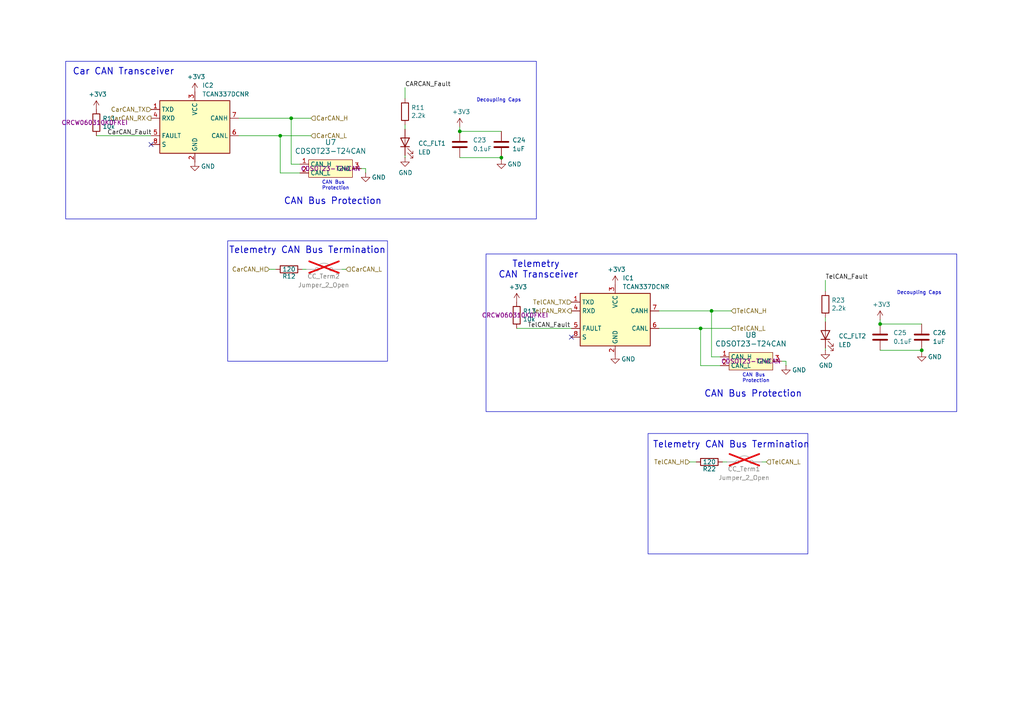
<source format=kicad_sch>
(kicad_sch
	(version 20250114)
	(generator "eeschema")
	(generator_version "9.0")
	(uuid "13489fc3-3180-4717-9bb4-3b6b18049811")
	(paper "A4")
	(lib_symbols
		(symbol "Device:C"
			(pin_numbers
				(hide yes)
			)
			(pin_names
				(offset 0.254)
			)
			(exclude_from_sim no)
			(in_bom yes)
			(on_board yes)
			(property "Reference" "C"
				(at 0.635 2.54 0)
				(effects
					(font
						(size 1.27 1.27)
					)
					(justify left)
				)
			)
			(property "Value" "C"
				(at 0.635 -2.54 0)
				(effects
					(font
						(size 1.27 1.27)
					)
					(justify left)
				)
			)
			(property "Footprint" ""
				(at 0.9652 -3.81 0)
				(effects
					(font
						(size 1.27 1.27)
					)
					(hide yes)
				)
			)
			(property "Datasheet" "~"
				(at 0 0 0)
				(effects
					(font
						(size 1.27 1.27)
					)
					(hide yes)
				)
			)
			(property "Description" "Unpolarized capacitor"
				(at 0 0 0)
				(effects
					(font
						(size 1.27 1.27)
					)
					(hide yes)
				)
			)
			(property "ki_keywords" "cap capacitor"
				(at 0 0 0)
				(effects
					(font
						(size 1.27 1.27)
					)
					(hide yes)
				)
			)
			(property "ki_fp_filters" "C_*"
				(at 0 0 0)
				(effects
					(font
						(size 1.27 1.27)
					)
					(hide yes)
				)
			)
			(symbol "C_0_1"
				(polyline
					(pts
						(xy -2.032 0.762) (xy 2.032 0.762)
					)
					(stroke
						(width 0.508)
						(type default)
					)
					(fill
						(type none)
					)
				)
				(polyline
					(pts
						(xy -2.032 -0.762) (xy 2.032 -0.762)
					)
					(stroke
						(width 0.508)
						(type default)
					)
					(fill
						(type none)
					)
				)
			)
			(symbol "C_1_1"
				(pin passive line
					(at 0 3.81 270)
					(length 2.794)
					(name "~"
						(effects
							(font
								(size 1.27 1.27)
							)
						)
					)
					(number "1"
						(effects
							(font
								(size 1.27 1.27)
							)
						)
					)
				)
				(pin passive line
					(at 0 -3.81 90)
					(length 2.794)
					(name "~"
						(effects
							(font
								(size 1.27 1.27)
							)
						)
					)
					(number "2"
						(effects
							(font
								(size 1.27 1.27)
							)
						)
					)
				)
			)
			(embedded_fonts no)
		)
		(symbol "Device:LED"
			(pin_numbers
				(hide yes)
			)
			(pin_names
				(offset 1.016)
				(hide yes)
			)
			(exclude_from_sim no)
			(in_bom yes)
			(on_board yes)
			(property "Reference" "D"
				(at 0 2.54 0)
				(effects
					(font
						(size 1.27 1.27)
					)
				)
			)
			(property "Value" "LED"
				(at 0 -2.54 0)
				(effects
					(font
						(size 1.27 1.27)
					)
				)
			)
			(property "Footprint" ""
				(at 0 0 0)
				(effects
					(font
						(size 1.27 1.27)
					)
					(hide yes)
				)
			)
			(property "Datasheet" "~"
				(at 0 0 0)
				(effects
					(font
						(size 1.27 1.27)
					)
					(hide yes)
				)
			)
			(property "Description" "Light emitting diode"
				(at 0 0 0)
				(effects
					(font
						(size 1.27 1.27)
					)
					(hide yes)
				)
			)
			(property "Sim.Pins" "1=K 2=A"
				(at 0 0 0)
				(effects
					(font
						(size 1.27 1.27)
					)
					(hide yes)
				)
			)
			(property "ki_keywords" "LED diode"
				(at 0 0 0)
				(effects
					(font
						(size 1.27 1.27)
					)
					(hide yes)
				)
			)
			(property "ki_fp_filters" "LED* LED_SMD:* LED_THT:*"
				(at 0 0 0)
				(effects
					(font
						(size 1.27 1.27)
					)
					(hide yes)
				)
			)
			(symbol "LED_0_1"
				(polyline
					(pts
						(xy -3.048 -0.762) (xy -4.572 -2.286) (xy -3.81 -2.286) (xy -4.572 -2.286) (xy -4.572 -1.524)
					)
					(stroke
						(width 0)
						(type default)
					)
					(fill
						(type none)
					)
				)
				(polyline
					(pts
						(xy -1.778 -0.762) (xy -3.302 -2.286) (xy -2.54 -2.286) (xy -3.302 -2.286) (xy -3.302 -1.524)
					)
					(stroke
						(width 0)
						(type default)
					)
					(fill
						(type none)
					)
				)
				(polyline
					(pts
						(xy -1.27 0) (xy 1.27 0)
					)
					(stroke
						(width 0)
						(type default)
					)
					(fill
						(type none)
					)
				)
				(polyline
					(pts
						(xy -1.27 -1.27) (xy -1.27 1.27)
					)
					(stroke
						(width 0.254)
						(type default)
					)
					(fill
						(type none)
					)
				)
				(polyline
					(pts
						(xy 1.27 -1.27) (xy 1.27 1.27) (xy -1.27 0) (xy 1.27 -1.27)
					)
					(stroke
						(width 0.254)
						(type default)
					)
					(fill
						(type none)
					)
				)
			)
			(symbol "LED_1_1"
				(pin passive line
					(at -3.81 0 0)
					(length 2.54)
					(name "K"
						(effects
							(font
								(size 1.27 1.27)
							)
						)
					)
					(number "1"
						(effects
							(font
								(size 1.27 1.27)
							)
						)
					)
				)
				(pin passive line
					(at 3.81 0 180)
					(length 2.54)
					(name "A"
						(effects
							(font
								(size 1.27 1.27)
							)
						)
					)
					(number "2"
						(effects
							(font
								(size 1.27 1.27)
							)
						)
					)
				)
			)
			(embedded_fonts no)
		)
		(symbol "Device:R"
			(pin_numbers
				(hide yes)
			)
			(pin_names
				(offset 0)
			)
			(exclude_from_sim no)
			(in_bom yes)
			(on_board yes)
			(property "Reference" "R"
				(at 2.032 0 90)
				(effects
					(font
						(size 1.27 1.27)
					)
				)
			)
			(property "Value" "R"
				(at 0 0 90)
				(effects
					(font
						(size 1.27 1.27)
					)
				)
			)
			(property "Footprint" ""
				(at -1.778 0 90)
				(effects
					(font
						(size 1.27 1.27)
					)
					(hide yes)
				)
			)
			(property "Datasheet" "~"
				(at 0 0 0)
				(effects
					(font
						(size 1.27 1.27)
					)
					(hide yes)
				)
			)
			(property "Description" "Resistor"
				(at 0 0 0)
				(effects
					(font
						(size 1.27 1.27)
					)
					(hide yes)
				)
			)
			(property "ki_keywords" "R res resistor"
				(at 0 0 0)
				(effects
					(font
						(size 1.27 1.27)
					)
					(hide yes)
				)
			)
			(property "ki_fp_filters" "R_*"
				(at 0 0 0)
				(effects
					(font
						(size 1.27 1.27)
					)
					(hide yes)
				)
			)
			(symbol "R_0_1"
				(rectangle
					(start -1.016 -2.54)
					(end 1.016 2.54)
					(stroke
						(width 0.254)
						(type default)
					)
					(fill
						(type none)
					)
				)
			)
			(symbol "R_1_1"
				(pin passive line
					(at 0 3.81 270)
					(length 1.27)
					(name "~"
						(effects
							(font
								(size 1.27 1.27)
							)
						)
					)
					(number "1"
						(effects
							(font
								(size 1.27 1.27)
							)
						)
					)
				)
				(pin passive line
					(at 0 -3.81 90)
					(length 1.27)
					(name "~"
						(effects
							(font
								(size 1.27 1.27)
							)
						)
					)
					(number "2"
						(effects
							(font
								(size 1.27 1.27)
							)
						)
					)
				)
			)
			(embedded_fonts no)
		)
		(symbol "Jumper:Jumper_2_Open"
			(pin_numbers
				(hide yes)
			)
			(pin_names
				(offset 0)
				(hide yes)
			)
			(exclude_from_sim yes)
			(in_bom yes)
			(on_board yes)
			(property "Reference" "JP"
				(at 0 2.794 0)
				(effects
					(font
						(size 1.27 1.27)
					)
				)
			)
			(property "Value" "Jumper_2_Open"
				(at 0 -2.286 0)
				(effects
					(font
						(size 1.27 1.27)
					)
				)
			)
			(property "Footprint" ""
				(at 0 0 0)
				(effects
					(font
						(size 1.27 1.27)
					)
					(hide yes)
				)
			)
			(property "Datasheet" "~"
				(at 0 0 0)
				(effects
					(font
						(size 1.27 1.27)
					)
					(hide yes)
				)
			)
			(property "Description" "Jumper, 2-pole, open"
				(at 0 0 0)
				(effects
					(font
						(size 1.27 1.27)
					)
					(hide yes)
				)
			)
			(property "ki_keywords" "Jumper SPST"
				(at 0 0 0)
				(effects
					(font
						(size 1.27 1.27)
					)
					(hide yes)
				)
			)
			(property "ki_fp_filters" "Jumper* TestPoint*2Pads* TestPoint*Bridge*"
				(at 0 0 0)
				(effects
					(font
						(size 1.27 1.27)
					)
					(hide yes)
				)
			)
			(symbol "Jumper_2_Open_0_0"
				(circle
					(center -2.032 0)
					(radius 0.508)
					(stroke
						(width 0)
						(type default)
					)
					(fill
						(type none)
					)
				)
				(circle
					(center 2.032 0)
					(radius 0.508)
					(stroke
						(width 0)
						(type default)
					)
					(fill
						(type none)
					)
				)
			)
			(symbol "Jumper_2_Open_0_1"
				(arc
					(start -1.524 1.27)
					(mid 0 1.778)
					(end 1.524 1.27)
					(stroke
						(width 0)
						(type default)
					)
					(fill
						(type none)
					)
				)
			)
			(symbol "Jumper_2_Open_1_1"
				(pin passive line
					(at -5.08 0 0)
					(length 2.54)
					(name "A"
						(effects
							(font
								(size 1.27 1.27)
							)
						)
					)
					(number "1"
						(effects
							(font
								(size 1.27 1.27)
							)
						)
					)
				)
				(pin passive line
					(at 5.08 0 180)
					(length 2.54)
					(name "B"
						(effects
							(font
								(size 1.27 1.27)
							)
						)
					)
					(number "2"
						(effects
							(font
								(size 1.27 1.27)
							)
						)
					)
				)
			)
			(embedded_fonts no)
		)
		(symbol "UTSVT-ICs:CDSOT23-T24CAN"
			(exclude_from_sim no)
			(in_bom yes)
			(on_board yes)
			(property "Reference" "U3"
				(at 0 6.985 0)
				(effects
					(font
						(size 1.524 1.524)
					)
				)
			)
			(property "Value" "CDSOT23-T24CAN"
				(at 0 4.445 0)
				(effects
					(font
						(size 1.524 1.524)
					)
				)
			)
			(property "Footprint" "UTSVT_ICs:CDSOT23-T24CAN"
				(at 0 -8.89 0)
				(effects
					(font
						(size 1.524 1.524)
					)
					(hide yes)
				)
			)
			(property "Datasheet" "https://www.mouser.com/ProductDetail/652-CDSOT23-T24CAN"
				(at 0 -6.35 0)
				(effects
					(font
						(size 1.524 1.524)
					)
					(hide yes)
				)
			)
			(property "Description" "CAN Bus Protector"
				(at 0 0 0)
				(effects
					(font
						(size 1.27 1.27)
					)
					(hide yes)
				)
			)
			(property "P/N" "CDSOT23-T24CAN"
				(at 0 0 0)
				(effects
					(font
						(size 1.27 1.27)
					)
					(hide yes)
				)
			)
			(symbol "CDSOT23-T24CAN_0_1"
				(rectangle
					(start 6.35 2.54)
					(end -6.35 -2.54)
					(stroke
						(width 0)
						(type solid)
					)
					(fill
						(type background)
					)
				)
			)
			(symbol "CDSOT23-T24CAN_1_1"
				(pin passive line
					(at -8.89 1.27 0)
					(length 2.54)
					(name "CAN_H"
						(effects
							(font
								(size 1.27 1.27)
							)
						)
					)
					(number "1"
						(effects
							(font
								(size 1.27 1.27)
							)
						)
					)
				)
				(pin passive line
					(at -8.89 -1.27 0)
					(length 2.54)
					(name "CAN_L"
						(effects
							(font
								(size 1.27 1.27)
							)
						)
					)
					(number "2"
						(effects
							(font
								(size 1.27 1.27)
							)
						)
					)
				)
				(pin passive line
					(at 8.89 0 180)
					(length 2.54)
					(name "GND"
						(effects
							(font
								(size 1.27 1.27)
							)
						)
					)
					(number "3"
						(effects
							(font
								(size 1.27 1.27)
							)
						)
					)
				)
			)
			(embedded_fonts no)
		)
		(symbol "UTSVT-ICs:TCAN337"
			(exclude_from_sim no)
			(in_bom yes)
			(on_board yes)
			(property "Reference" "U"
				(at -10.16 8.89 0)
				(effects
					(font
						(size 1.27 1.27)
					)
					(justify left)
				)
			)
			(property "Value" "TCAN337"
				(at 2.54 8.89 0)
				(effects
					(font
						(size 1.27 1.27)
					)
					(justify left)
				)
			)
			(property "Footprint" "UTSVT_ICs:TCAN337DCNR"
				(at 0 -12.7 0)
				(effects
					(font
						(size 1.27 1.27)
						(italic yes)
					)
					(hide yes)
				)
			)
			(property "Datasheet" "http://www.ti.com/lit/ds/symlink/tcan337.pdf"
				(at 0 0 0)
				(effects
					(font
						(size 1.27 1.27)
					)
					(hide yes)
				)
			)
			(property "Description" "High-Speed CAN Transceiver, 1Mbps, 3.3V supply, silent mode, fault output, SOT-23-8/SOIC-8"
				(at 0 0 0)
				(effects
					(font
						(size 1.27 1.27)
					)
					(hide yes)
				)
			)
			(property "P/N" "TCAN337DCNR"
				(at 0 0 0)
				(effects
					(font
						(size 1.27 1.27)
					)
					(hide yes)
				)
			)
			(property "ki_keywords" "High-Speed CAN Transceiver"
				(at 0 0 0)
				(effects
					(font
						(size 1.27 1.27)
					)
					(hide yes)
				)
			)
			(property "ki_fp_filters" "*TSOT?23* *SOIC*3.9x4.9mm*P1.27mm*"
				(at 0 0 0)
				(effects
					(font
						(size 1.27 1.27)
					)
					(hide yes)
				)
			)
			(symbol "TCAN337_0_1"
				(rectangle
					(start -10.16 7.62)
					(end 10.16 -7.62)
					(stroke
						(width 0.254)
						(type default)
					)
					(fill
						(type background)
					)
				)
			)
			(symbol "TCAN337_1_1"
				(pin input line
					(at -12.7 5.08 0)
					(length 2.54)
					(name "TXD"
						(effects
							(font
								(size 1.27 1.27)
							)
						)
					)
					(number "1"
						(effects
							(font
								(size 1.27 1.27)
							)
						)
					)
				)
				(pin tri_state line
					(at -12.7 2.54 0)
					(length 2.54)
					(name "RXD"
						(effects
							(font
								(size 1.27 1.27)
							)
						)
					)
					(number "4"
						(effects
							(font
								(size 1.27 1.27)
							)
						)
					)
				)
				(pin open_collector line
					(at -12.7 -2.54 0)
					(length 2.54)
					(name "FAULT"
						(effects
							(font
								(size 1.27 1.27)
							)
						)
					)
					(number "5"
						(effects
							(font
								(size 1.27 1.27)
							)
						)
					)
				)
				(pin input line
					(at -12.7 -5.08 0)
					(length 2.54)
					(name "S"
						(effects
							(font
								(size 1.27 1.27)
							)
						)
					)
					(number "8"
						(effects
							(font
								(size 1.27 1.27)
							)
						)
					)
				)
				(pin power_in line
					(at 0 10.16 270)
					(length 2.54)
					(name "VCC"
						(effects
							(font
								(size 1.27 1.27)
							)
						)
					)
					(number "3"
						(effects
							(font
								(size 1.27 1.27)
							)
						)
					)
				)
				(pin power_in line
					(at 0 -10.16 90)
					(length 2.54)
					(name "GND"
						(effects
							(font
								(size 1.27 1.27)
							)
						)
					)
					(number "2"
						(effects
							(font
								(size 1.27 1.27)
							)
						)
					)
				)
				(pin bidirectional line
					(at 12.7 2.54 180)
					(length 2.54)
					(name "CANH"
						(effects
							(font
								(size 1.27 1.27)
							)
						)
					)
					(number "7"
						(effects
							(font
								(size 1.27 1.27)
							)
						)
					)
				)
				(pin bidirectional line
					(at 12.7 -2.54 180)
					(length 2.54)
					(name "CANL"
						(effects
							(font
								(size 1.27 1.27)
							)
						)
					)
					(number "6"
						(effects
							(font
								(size 1.27 1.27)
							)
						)
					)
				)
			)
			(embedded_fonts no)
		)
		(symbol "power:+3.3V"
			(power)
			(pin_numbers
				(hide yes)
			)
			(pin_names
				(offset 0)
				(hide yes)
			)
			(exclude_from_sim no)
			(in_bom yes)
			(on_board yes)
			(property "Reference" "#PWR"
				(at 0 -3.81 0)
				(effects
					(font
						(size 1.27 1.27)
					)
					(hide yes)
				)
			)
			(property "Value" "+3.3V"
				(at 0 3.556 0)
				(effects
					(font
						(size 1.27 1.27)
					)
				)
			)
			(property "Footprint" ""
				(at 0 0 0)
				(effects
					(font
						(size 1.27 1.27)
					)
					(hide yes)
				)
			)
			(property "Datasheet" ""
				(at 0 0 0)
				(effects
					(font
						(size 1.27 1.27)
					)
					(hide yes)
				)
			)
			(property "Description" "Power symbol creates a global label with name \"+3.3V\""
				(at 0 0 0)
				(effects
					(font
						(size 1.27 1.27)
					)
					(hide yes)
				)
			)
			(property "ki_keywords" "global power"
				(at 0 0 0)
				(effects
					(font
						(size 1.27 1.27)
					)
					(hide yes)
				)
			)
			(symbol "+3.3V_0_1"
				(polyline
					(pts
						(xy -0.762 1.27) (xy 0 2.54)
					)
					(stroke
						(width 0)
						(type default)
					)
					(fill
						(type none)
					)
				)
				(polyline
					(pts
						(xy 0 2.54) (xy 0.762 1.27)
					)
					(stroke
						(width 0)
						(type default)
					)
					(fill
						(type none)
					)
				)
				(polyline
					(pts
						(xy 0 0) (xy 0 2.54)
					)
					(stroke
						(width 0)
						(type default)
					)
					(fill
						(type none)
					)
				)
			)
			(symbol "+3.3V_1_1"
				(pin power_in line
					(at 0 0 90)
					(length 0)
					(name "~"
						(effects
							(font
								(size 1.27 1.27)
							)
						)
					)
					(number "1"
						(effects
							(font
								(size 1.27 1.27)
							)
						)
					)
				)
			)
			(embedded_fonts no)
		)
		(symbol "power:GND"
			(power)
			(pin_numbers
				(hide yes)
			)
			(pin_names
				(offset 0)
				(hide yes)
			)
			(exclude_from_sim no)
			(in_bom yes)
			(on_board yes)
			(property "Reference" "#PWR"
				(at 0 -6.35 0)
				(effects
					(font
						(size 1.27 1.27)
					)
					(hide yes)
				)
			)
			(property "Value" "GND"
				(at 0 -3.81 0)
				(effects
					(font
						(size 1.27 1.27)
					)
				)
			)
			(property "Footprint" ""
				(at 0 0 0)
				(effects
					(font
						(size 1.27 1.27)
					)
					(hide yes)
				)
			)
			(property "Datasheet" ""
				(at 0 0 0)
				(effects
					(font
						(size 1.27 1.27)
					)
					(hide yes)
				)
			)
			(property "Description" "Power symbol creates a global label with name \"GND\" , ground"
				(at 0 0 0)
				(effects
					(font
						(size 1.27 1.27)
					)
					(hide yes)
				)
			)
			(property "ki_keywords" "global power"
				(at 0 0 0)
				(effects
					(font
						(size 1.27 1.27)
					)
					(hide yes)
				)
			)
			(symbol "GND_0_1"
				(polyline
					(pts
						(xy 0 0) (xy 0 -1.27) (xy 1.27 -1.27) (xy 0 -2.54) (xy -1.27 -1.27) (xy 0 -1.27)
					)
					(stroke
						(width 0)
						(type default)
					)
					(fill
						(type none)
					)
				)
			)
			(symbol "GND_1_1"
				(pin power_in line
					(at 0 0 270)
					(length 0)
					(name "~"
						(effects
							(font
								(size 1.27 1.27)
							)
						)
					)
					(number "1"
						(effects
							(font
								(size 1.27 1.27)
							)
						)
					)
				)
			)
			(embedded_fonts no)
		)
	)
	(rectangle
		(start 66.04 69.85)
		(end 112.395 104.775)
		(stroke
			(width 0)
			(type default)
		)
		(fill
			(type none)
		)
		(uuid 0727380d-5e37-4ffc-98d8-2c62dc7e64d5)
	)
	(rectangle
		(start 19.05 17.78)
		(end 155.575 63.5)
		(stroke
			(width 0)
			(type default)
		)
		(fill
			(type none)
		)
		(uuid 69436d19-b563-4558-81cc-8e1c03c53f70)
	)
	(rectangle
		(start 187.96 125.73)
		(end 234.315 160.655)
		(stroke
			(width 0)
			(type default)
		)
		(fill
			(type none)
		)
		(uuid 7c44b721-34a5-4f76-84a9-3e6faa5bcd4c)
	)
	(rectangle
		(start 140.97 73.66)
		(end 277.495 119.38)
		(stroke
			(width 0)
			(type default)
		)
		(fill
			(type none)
		)
		(uuid a4d26fca-e884-4a78-9b54-a823ca166d6a)
	)
	(text "CAN Bus Protection"
		(exclude_from_sim no)
		(at 96.52 58.42 0)
		(effects
			(font
				(size 1.905 1.905)
				(thickness 0.2381)
			)
		)
		(uuid "15b4d5af-5ddb-4fb8-8e0c-929f3f1365a2")
	)
	(text "CAN Bus\nProtection"
		(exclude_from_sim no)
		(at 93.345 55.245 0)
		(effects
			(font
				(size 1.016 1.016)
			)
			(justify left bottom)
		)
		(uuid "15c225fa-e80e-446f-8757-71eeceaf7cae")
	)
	(text "Car CAN Transceiver"
		(exclude_from_sim no)
		(at 35.814 20.828 0)
		(effects
			(font
				(size 1.905 1.905)
				(thickness 0.2381)
			)
		)
		(uuid "4d494c20-9bc5-4842-91a1-0b0c503a721a")
	)
	(text "CAN Bus Protection"
		(exclude_from_sim no)
		(at 218.44 114.3 0)
		(effects
			(font
				(size 1.905 1.905)
				(thickness 0.2381)
			)
		)
		(uuid "6716c0c8-5f75-496e-ac5c-c9998b379f61")
	)
	(text "Telemetry CAN Bus Termination"
		(exclude_from_sim no)
		(at 89.154 72.644 0)
		(effects
			(font
				(size 1.905 1.905)
				(thickness 0.2381)
			)
		)
		(uuid "69fb8b05-523c-4dab-8cb3-1893ba33c849")
	)
	(text "Telemetry CAN Bus Termination"
		(exclude_from_sim no)
		(at 212.09 129.032 0)
		(effects
			(font
				(size 1.905 1.905)
				(thickness 0.2381)
			)
		)
		(uuid "6da38f57-037c-4fd2-8cd5-eed769176b9e")
	)
	(text "CAN Bus\nProtection"
		(exclude_from_sim no)
		(at 215.265 111.125 0)
		(effects
			(font
				(size 1.016 1.016)
			)
			(justify left bottom)
		)
		(uuid "9ee1a233-ac87-49cf-9176-202c878fa6dc")
	)
	(text "Decoupling Caps"
		(exclude_from_sim no)
		(at 138.176 29.718 0)
		(effects
			(font
				(size 1.016 1.016)
			)
			(justify left bottom)
		)
		(uuid "d4e74fb7-5558-4c07-bfa4-36eb2600a244")
	)
	(text "Decoupling Caps"
		(exclude_from_sim no)
		(at 260.096 85.598 0)
		(effects
			(font
				(size 1.016 1.016)
			)
			(justify left bottom)
		)
		(uuid "e1388152-a3c3-4468-90b3-ef6b1fb8d92b")
	)
	(text "Telemetry\n CAN Transceiver"
		(exclude_from_sim no)
		(at 155.448 78.232 0)
		(effects
			(font
				(size 1.905 1.905)
				(thickness 0.2381)
			)
		)
		(uuid "fedb744f-be5a-454b-b75b-98d4ab5ce4d1")
	)
	(junction
		(at 84.455 34.29)
		(diameter 0)
		(color 0 0 0 0)
		(uuid "159397f6-b4fa-4449-ad58-80dc2a9c7536")
	)
	(junction
		(at 81.28 39.37)
		(diameter 0)
		(color 0 0 0 0)
		(uuid "221a6c75-34d7-48bd-bbe1-cbad730c5bab")
	)
	(junction
		(at 267.335 101.6)
		(diameter 0)
		(color 0 0 0 0)
		(uuid "59577641-b7a4-4692-88e9-97fdfe2a9ea9")
	)
	(junction
		(at 203.2 95.25)
		(diameter 0)
		(color 0 0 0 0)
		(uuid "bc88f269-31e0-4d4c-a7fe-6efb3a43dadd")
	)
	(junction
		(at 255.27 93.98)
		(diameter 0)
		(color 0 0 0 0)
		(uuid "c2ef12d3-20f3-48ed-8115-6b5f2f4b0042")
	)
	(junction
		(at 206.375 90.17)
		(diameter 0)
		(color 0 0 0 0)
		(uuid "db9cae21-ba72-4c1e-a872-bc2b8146c4db")
	)
	(junction
		(at 133.35 38.1)
		(diameter 0)
		(color 0 0 0 0)
		(uuid "ee52cbd7-83e7-428a-811c-d728f1522ec4")
	)
	(junction
		(at 145.415 45.72)
		(diameter 0)
		(color 0 0 0 0)
		(uuid "f221286e-38ff-4ab4-af19-f89c13ebcd4e")
	)
	(no_connect
		(at 43.815 41.91)
		(uuid "1b5c78a6-9b1e-4dff-97b4-a8fc3c59f925")
	)
	(no_connect
		(at 165.735 97.79)
		(uuid "ce95825a-eab3-489f-8384-6378fd2a8ae3")
	)
	(wire
		(pts
			(xy 69.215 39.37) (xy 81.28 39.37)
		)
		(stroke
			(width 0)
			(type default)
		)
		(uuid "00f84700-9155-44db-afb5-10a0e764f26c")
	)
	(wire
		(pts
			(xy 86.995 50.165) (xy 81.28 50.165)
		)
		(stroke
			(width 0)
			(type default)
		)
		(uuid "0916f961-dddf-495b-8c6a-c7585dc0af2d")
	)
	(wire
		(pts
			(xy 117.475 25.4) (xy 117.475 28.575)
		)
		(stroke
			(width 0)
			(type default)
		)
		(uuid "20cf55a5-df02-4a2d-b9ba-0e8bbc669fdd")
	)
	(wire
		(pts
			(xy 267.335 102.235) (xy 267.335 101.6)
		)
		(stroke
			(width 0)
			(type default)
		)
		(uuid "2e04e329-7e48-44c5-bec9-4b810e38840b")
	)
	(wire
		(pts
			(xy 239.395 100.965) (xy 239.395 101.6)
		)
		(stroke
			(width 0)
			(type default)
		)
		(uuid "37558729-ce1c-4408-bb27-f7f952f71426")
	)
	(wire
		(pts
			(xy 206.375 103.505) (xy 208.915 103.505)
		)
		(stroke
			(width 0)
			(type default)
		)
		(uuid "407d2370-3868-416a-aa3f-d784cfe54991")
	)
	(wire
		(pts
			(xy 117.475 45.085) (xy 117.475 45.72)
		)
		(stroke
			(width 0)
			(type default)
		)
		(uuid "448aedc9-7e8e-4fc4-800e-b96dab6f956a")
	)
	(wire
		(pts
			(xy 69.215 34.29) (xy 84.455 34.29)
		)
		(stroke
			(width 0)
			(type default)
		)
		(uuid "48425dfc-4b44-4c45-b59e-effb0447c7ff")
	)
	(wire
		(pts
			(xy 239.395 92.075) (xy 239.395 93.345)
		)
		(stroke
			(width 0)
			(type default)
		)
		(uuid "4c2e98f2-e012-4b7e-9649-f652f6b75a2a")
	)
	(wire
		(pts
			(xy 106.045 48.895) (xy 106.045 50.165)
		)
		(stroke
			(width 0)
			(type default)
		)
		(uuid "4f97c668-a560-4143-9e5b-d34d803a0802")
	)
	(wire
		(pts
			(xy 206.375 90.17) (xy 206.375 103.505)
		)
		(stroke
			(width 0)
			(type default)
		)
		(uuid "52448ff9-4800-454d-bca2-2192abb145ce")
	)
	(wire
		(pts
			(xy 227.965 104.775) (xy 227.965 106.045)
		)
		(stroke
			(width 0)
			(type default)
		)
		(uuid "559cbf74-fede-4460-a038-03ea92d9cdd4")
	)
	(wire
		(pts
			(xy 203.2 95.25) (xy 212.09 95.25)
		)
		(stroke
			(width 0)
			(type default)
		)
		(uuid "56e7e74c-9b9a-4b64-9d61-606c0a148106")
	)
	(wire
		(pts
			(xy 239.395 81.28) (xy 239.395 84.455)
		)
		(stroke
			(width 0)
			(type default)
		)
		(uuid "5df151ca-25a8-4669-96f7-126b8461f52e")
	)
	(wire
		(pts
			(xy 84.455 34.29) (xy 90.17 34.29)
		)
		(stroke
			(width 0)
			(type default)
		)
		(uuid "60534f2e-3a23-48c9-8a5b-46fc9626d670")
	)
	(wire
		(pts
			(xy 133.35 38.1) (xy 145.415 38.1)
		)
		(stroke
			(width 0)
			(type default)
		)
		(uuid "67eaa28f-797c-4633-a3c0-ef079a978561")
	)
	(wire
		(pts
			(xy 255.27 101.6) (xy 267.335 101.6)
		)
		(stroke
			(width 0)
			(type default)
		)
		(uuid "72c8917b-7d10-462b-adc0-9cd01a2bcb59")
	)
	(wire
		(pts
			(xy 191.135 95.25) (xy 203.2 95.25)
		)
		(stroke
			(width 0)
			(type default)
		)
		(uuid "7bc1af12-d533-4f22-bd02-c67532a636b6")
	)
	(wire
		(pts
			(xy 200.025 133.985) (xy 201.93 133.985)
		)
		(stroke
			(width 0)
			(type default)
		)
		(uuid "7e675610-0828-4c75-b0ae-690a3e7740c5")
	)
	(wire
		(pts
			(xy 81.28 39.37) (xy 81.28 50.165)
		)
		(stroke
			(width 0)
			(type default)
		)
		(uuid "86a71fb9-b394-4189-91bf-80e23d10d97b")
	)
	(wire
		(pts
			(xy 84.455 34.29) (xy 84.455 47.625)
		)
		(stroke
			(width 0)
			(type default)
		)
		(uuid "91f9faed-0d1e-4ed8-b6a4-4c82b103d6d9")
	)
	(wire
		(pts
			(xy 227.965 104.775) (xy 226.695 104.775)
		)
		(stroke
			(width 0)
			(type default)
		)
		(uuid "978ad94d-66d2-412e-ae19-b6f8b2e30a21")
	)
	(wire
		(pts
			(xy 78.105 78.105) (xy 80.01 78.105)
		)
		(stroke
			(width 0)
			(type default)
		)
		(uuid "9d9f68c7-c965-41d6-8732-6552a9342b65")
	)
	(wire
		(pts
			(xy 209.55 133.985) (xy 210.82 133.985)
		)
		(stroke
			(width 0)
			(type default)
		)
		(uuid "a6dd6d53-0583-4ddd-a86a-c3e51e187291")
	)
	(wire
		(pts
			(xy 220.98 133.985) (xy 222.25 133.985)
		)
		(stroke
			(width 0)
			(type default)
		)
		(uuid "af8bd8f7-d731-4d68-83b5-ff414f598c9d")
	)
	(wire
		(pts
			(xy 106.045 48.895) (xy 104.775 48.895)
		)
		(stroke
			(width 0)
			(type default)
		)
		(uuid "bfbab416-379c-4acc-bdcb-429d43ba0a04")
	)
	(wire
		(pts
			(xy 149.86 95.25) (xy 165.735 95.25)
		)
		(stroke
			(width 0)
			(type default)
		)
		(uuid "c0111bb9-c821-49f8-96e6-0b85a7f5913f")
	)
	(wire
		(pts
			(xy 206.375 90.17) (xy 212.09 90.17)
		)
		(stroke
			(width 0)
			(type default)
		)
		(uuid "c43ff1b4-819f-4a84-8a9b-0366be8378e8")
	)
	(wire
		(pts
			(xy 133.35 36.83) (xy 133.35 38.1)
		)
		(stroke
			(width 0)
			(type default)
		)
		(uuid "c8f5e827-e97a-48b7-951e-47fd3c777695")
	)
	(wire
		(pts
			(xy 27.94 39.37) (xy 43.815 39.37)
		)
		(stroke
			(width 0)
			(type default)
		)
		(uuid "c9d4436b-dfd7-447a-8a8d-e2d1e0e7b7bd")
	)
	(wire
		(pts
			(xy 255.27 92.71) (xy 255.27 93.98)
		)
		(stroke
			(width 0)
			(type default)
		)
		(uuid "cd9a0d45-2e20-42a4-ae21-6d16b6a03d7e")
	)
	(wire
		(pts
			(xy 208.915 106.045) (xy 203.2 106.045)
		)
		(stroke
			(width 0)
			(type default)
		)
		(uuid "daad3d73-db29-43af-afb6-29ecf39010fe")
	)
	(wire
		(pts
			(xy 99.06 78.105) (xy 100.33 78.105)
		)
		(stroke
			(width 0)
			(type default)
		)
		(uuid "db8daf71-f4a0-4751-ab4b-571cd3b7c206")
	)
	(wire
		(pts
			(xy 133.35 45.72) (xy 145.415 45.72)
		)
		(stroke
			(width 0)
			(type default)
		)
		(uuid "dbb7fa99-e6b5-430b-84b1-504f0f5da5c8")
	)
	(wire
		(pts
			(xy 191.135 90.17) (xy 206.375 90.17)
		)
		(stroke
			(width 0)
			(type default)
		)
		(uuid "dc124ee3-756b-434c-9763-ffce8cef65e5")
	)
	(wire
		(pts
			(xy 81.28 39.37) (xy 90.17 39.37)
		)
		(stroke
			(width 0)
			(type default)
		)
		(uuid "e36f1c91-05c3-437c-9539-e1abfd67e8d2")
	)
	(wire
		(pts
			(xy 255.27 93.98) (xy 267.335 93.98)
		)
		(stroke
			(width 0)
			(type default)
		)
		(uuid "e41082ed-7dc1-483b-8673-73834546295a")
	)
	(wire
		(pts
			(xy 87.63 78.105) (xy 88.9 78.105)
		)
		(stroke
			(width 0)
			(type default)
		)
		(uuid "e4de6ac3-5de3-4fd0-86ad-085e4b6d9d1d")
	)
	(wire
		(pts
			(xy 203.2 95.25) (xy 203.2 106.045)
		)
		(stroke
			(width 0)
			(type default)
		)
		(uuid "e5398ff7-562f-4673-a3cd-f84955ea76ed")
	)
	(wire
		(pts
			(xy 84.455 47.625) (xy 86.995 47.625)
		)
		(stroke
			(width 0)
			(type default)
		)
		(uuid "ef228a27-4d8f-462e-b8ab-c9f3e70d262d")
	)
	(wire
		(pts
			(xy 145.415 46.355) (xy 145.415 45.72)
		)
		(stroke
			(width 0)
			(type default)
		)
		(uuid "f7634468-6509-4a05-b8ce-2a08d19bdbb5")
	)
	(wire
		(pts
			(xy 117.475 36.195) (xy 117.475 37.465)
		)
		(stroke
			(width 0)
			(type default)
		)
		(uuid "fb2ef629-fc65-4389-bfa3-18a49b37ab44")
	)
	(label "CarCAN_Fault"
		(at 31.115 39.37 0)
		(effects
			(font
				(size 1.27 1.27)
			)
			(justify left bottom)
		)
		(uuid "481e0849-61f6-4053-a7e3-4600b3cb3c8b")
	)
	(label "CARCAN_Fault"
		(at 117.475 25.4 0)
		(effects
			(font
				(size 1.27 1.27)
			)
			(justify left bottom)
		)
		(uuid "66c66db5-2ced-4666-8d0e-9c84d3242e2d")
	)
	(label "TelCAN_Fault"
		(at 239.395 81.28 0)
		(effects
			(font
				(size 1.27 1.27)
			)
			(justify left bottom)
		)
		(uuid "7072309f-eb5b-4de9-91dd-ec9dbe47a8d0")
	)
	(label "TelCAN_Fault"
		(at 153.035 95.25 0)
		(effects
			(font
				(size 1.27 1.27)
			)
			(justify left bottom)
		)
		(uuid "90928aa3-7c2d-4ca6-9eb5-b7c51b2147cf")
	)
	(hierarchical_label "CarCAN_H"
		(shape input)
		(at 78.105 78.105 180)
		(effects
			(font
				(size 1.27 1.27)
			)
			(justify right)
		)
		(uuid "078b73bc-4049-4e52-8051-cf6c05097bfb")
	)
	(hierarchical_label "TelCAN_RX"
		(shape output)
		(at 165.735 90.17 180)
		(effects
			(font
				(size 1.27 1.27)
			)
			(justify right)
		)
		(uuid "0835fc00-4241-4ac6-a2ae-6e5d426648d4")
	)
	(hierarchical_label "CarCAN_L"
		(shape input)
		(at 90.17 39.37 0)
		(effects
			(font
				(size 1.27 1.27)
			)
			(justify left)
		)
		(uuid "0cf04ab1-3416-472a-9d8a-e0f320c70952")
	)
	(hierarchical_label "CarCAN_L"
		(shape input)
		(at 100.33 78.105 0)
		(effects
			(font
				(size 1.27 1.27)
			)
			(justify left)
		)
		(uuid "0e7c0bf9-b75d-4c13-9ff1-510eae3819fe")
	)
	(hierarchical_label "TelCAN_H"
		(shape input)
		(at 212.09 90.17 0)
		(effects
			(font
				(size 1.27 1.27)
			)
			(justify left)
		)
		(uuid "121226b1-e835-4f51-acba-554f2d9c8619")
	)
	(hierarchical_label "TelCAN_H"
		(shape input)
		(at 200.025 133.985 180)
		(effects
			(font
				(size 1.27 1.27)
			)
			(justify right)
		)
		(uuid "1318562a-3fe5-476a-8ab7-3fc4b27a199c")
	)
	(hierarchical_label "TelCAN_L"
		(shape input)
		(at 222.25 133.985 0)
		(effects
			(font
				(size 1.27 1.27)
			)
			(justify left)
		)
		(uuid "3edfdf72-dc7f-488e-8c0c-9aaefc8fda55")
	)
	(hierarchical_label "CarCAN_RX"
		(shape output)
		(at 43.815 34.29 180)
		(effects
			(font
				(size 1.27 1.27)
			)
			(justify right)
		)
		(uuid "94a3718c-a43c-481f-9d60-f252bc6d609e")
	)
	(hierarchical_label "TelCAN_TX"
		(shape input)
		(at 165.735 87.63 180)
		(effects
			(font
				(size 1.27 1.27)
			)
			(justify right)
		)
		(uuid "991e63aa-ffa4-4255-8967-9c8b010cb8d8")
	)
	(hierarchical_label "CarCAN_TX"
		(shape input)
		(at 43.815 31.75 180)
		(effects
			(font
				(size 1.27 1.27)
			)
			(justify right)
		)
		(uuid "aa23bc65-c8f3-47a1-9f97-f90f51371c97")
	)
	(hierarchical_label "TelCAN_L"
		(shape input)
		(at 212.09 95.25 0)
		(effects
			(font
				(size 1.27 1.27)
			)
			(justify left)
		)
		(uuid "d371bc16-5ca5-4bb4-8871-bc7985c6c8f9")
	)
	(hierarchical_label "CarCAN_H"
		(shape input)
		(at 90.17 34.29 0)
		(effects
			(font
				(size 1.27 1.27)
			)
			(justify left)
		)
		(uuid "e6120b62-31ca-43ca-bce2-3853353cce1b")
	)
	(symbol
		(lib_id "Device:C")
		(at 255.27 97.79 0)
		(unit 1)
		(exclude_from_sim no)
		(in_bom yes)
		(on_board yes)
		(dnp no)
		(fields_autoplaced yes)
		(uuid "0a36e156-0f87-4f29-b1fc-83a158c30fad")
		(property "Reference" "C25"
			(at 259.08 96.5199 0)
			(effects
				(font
					(size 1.27 1.27)
				)
				(justify left)
			)
		)
		(property "Value" "0.1uF"
			(at 259.08 99.0599 0)
			(effects
				(font
					(size 1.27 1.27)
				)
				(justify left)
			)
		)
		(property "Footprint" "Capacitor_SMD:C_0603_1608Metric_Pad1.08x0.95mm_HandSolder"
			(at 256.2352 101.6 0)
			(effects
				(font
					(size 1.27 1.27)
				)
				(hide yes)
			)
		)
		(property "Datasheet" "~"
			(at 255.27 97.79 0)
			(effects
				(font
					(size 1.27 1.27)
				)
				(hide yes)
			)
		)
		(property "Description" "Unpolarized capacitor"
			(at 255.27 97.79 0)
			(effects
				(font
					(size 1.27 1.27)
				)
				(hide yes)
			)
		)
		(property "Mouser Part Number" "MLASH168SB7104KTNA01"
			(at 255.27 97.79 0)
			(effects
				(font
					(size 1.27 1.27)
				)
				(hide yes)
			)
		)
		(property "P/N" "C0805C104M5RACTU"
			(at 255.27 97.79 0)
			(effects
				(font
					(size 1.27 1.27)
				)
				(hide yes)
			)
		)
		(property "Color" ""
			(at 255.27 97.79 0)
			(effects
				(font
					(size 1.27 1.27)
				)
			)
		)
		(property "If" ""
			(at 255.27 97.79 0)
			(effects
				(font
					(size 1.27 1.27)
				)
			)
		)
		(property "Mfg" ""
			(at 255.27 97.79 0)
			(effects
				(font
					(size 1.27 1.27)
				)
			)
		)
		(property "Vf" ""
			(at 255.27 97.79 0)
			(effects
				(font
					(size 1.27 1.27)
				)
			)
		)
		(pin "1"
			(uuid "5c3f21fa-eb1a-48f0-ac91-f8e36973a191")
		)
		(pin "2"
			(uuid "1d2ff676-c375-4f9b-b067-0603fe4b5096")
		)
		(instances
			(project "TSOMProject"
				(path "/f13eb969-5de0-437e-a1b7-e0204111e0b2/deed15db-a132-4198-8ee6-126292ab05fe"
					(reference "C25")
					(unit 1)
				)
			)
		)
	)
	(symbol
		(lib_id "power:GND")
		(at 56.515 46.99 0)
		(unit 1)
		(exclude_from_sim no)
		(in_bom yes)
		(on_board yes)
		(dnp no)
		(uuid "0bdce8ae-8968-433b-b969-970a847a335d")
		(property "Reference" "#PWR031"
			(at 56.515 53.34 0)
			(effects
				(font
					(size 1.27 1.27)
				)
				(hide yes)
			)
		)
		(property "Value" "GND"
			(at 60.325 48.26 0)
			(effects
				(font
					(size 1.27 1.27)
				)
			)
		)
		(property "Footprint" ""
			(at 56.515 46.99 0)
			(effects
				(font
					(size 1.27 1.27)
				)
				(hide yes)
			)
		)
		(property "Datasheet" ""
			(at 56.515 46.99 0)
			(effects
				(font
					(size 1.27 1.27)
				)
				(hide yes)
			)
		)
		(property "Description" "Power symbol creates a global label with name \"GND\" , ground"
			(at 56.515 46.99 0)
			(effects
				(font
					(size 1.27 1.27)
				)
				(hide yes)
			)
		)
		(pin "1"
			(uuid "c108cef5-1e08-49d7-9503-22e4b4773cec")
		)
		(instances
			(project "TSOMProject"
				(path "/f13eb969-5de0-437e-a1b7-e0204111e0b2/deed15db-a132-4198-8ee6-126292ab05fe"
					(reference "#PWR031")
					(unit 1)
				)
			)
		)
	)
	(symbol
		(lib_id "Jumper:Jumper_2_Open")
		(at 215.9 133.985 0)
		(unit 1)
		(exclude_from_sim no)
		(in_bom no)
		(on_board yes)
		(dnp yes)
		(uuid "1f57712e-7db2-4be2-aac0-019bd86d2c2e")
		(property "Reference" "CC_Term1"
			(at 215.773 136.017 0)
			(effects
				(font
					(size 1.27 1.27)
				)
			)
		)
		(property "Value" "Jumper_2_Open"
			(at 215.773 138.557 0)
			(effects
				(font
					(size 1.27 1.27)
				)
			)
		)
		(property "Footprint" "Connector_PinHeader_2.54mm:PinHeader_1x02_P2.54mm_Vertical"
			(at 215.9 133.985 0)
			(effects
				(font
					(size 1.27 1.27)
				)
				(hide yes)
			)
		)
		(property "Datasheet" "~"
			(at 215.9 133.985 0)
			(effects
				(font
					(size 1.27 1.27)
				)
				(hide yes)
			)
		)
		(property "Description" "Jumper, 2-pole, open"
			(at 215.9 133.985 0)
			(effects
				(font
					(size 1.27 1.27)
				)
				(hide yes)
			)
		)
		(property "PN" ""
			(at 215.9 133.985 0)
			(effects
				(font
					(size 1.27 1.27)
				)
				(hide yes)
			)
		)
		(property "p/n" ""
			(at 215.9 133.985 0)
			(effects
				(font
					(size 1.27 1.27)
				)
				(hide yes)
			)
		)
		(property "Color" ""
			(at 215.9 133.985 0)
			(effects
				(font
					(size 1.27 1.27)
				)
			)
		)
		(property "If" ""
			(at 215.9 133.985 0)
			(effects
				(font
					(size 1.27 1.27)
				)
			)
		)
		(property "Mfg" ""
			(at 215.9 133.985 0)
			(effects
				(font
					(size 1.27 1.27)
				)
			)
		)
		(property "Vf" ""
			(at 215.9 133.985 0)
			(effects
				(font
					(size 1.27 1.27)
				)
			)
		)
		(pin "2"
			(uuid "d4b8fd76-5713-479b-a0b2-8af8d83ac625")
		)
		(pin "1"
			(uuid "beb27720-a4fa-4cc0-ae6b-ddf89f18615c")
		)
		(instances
			(project "TSOMProject"
				(path "/f13eb969-5de0-437e-a1b7-e0204111e0b2/deed15db-a132-4198-8ee6-126292ab05fe"
					(reference "CC_Term1")
					(unit 1)
				)
			)
		)
	)
	(symbol
		(lib_id "Device:LED")
		(at 239.395 97.155 90)
		(unit 1)
		(exclude_from_sim no)
		(in_bom yes)
		(on_board yes)
		(dnp no)
		(fields_autoplaced yes)
		(uuid "2431a06d-22cf-4e60-9818-dac7091e70fc")
		(property "Reference" "CC_FLT2"
			(at 243.205 97.4724 90)
			(effects
				(font
					(size 1.27 1.27)
				)
				(justify right)
			)
		)
		(property "Value" "LED"
			(at 243.205 100.0124 90)
			(effects
				(font
					(size 1.27 1.27)
				)
				(justify right)
			)
		)
		(property "Footprint" "LED_SMD:LED_0603_1608Metric_Pad1.05x0.95mm_HandSolder"
			(at 239.395 97.155 0)
			(effects
				(font
					(size 1.27 1.27)
				)
				(hide yes)
			)
		)
		(property "Datasheet" "~"
			(at 239.395 97.155 0)
			(effects
				(font
					(size 1.27 1.27)
				)
				(hide yes)
			)
		)
		(property "Description" "Light emitting diode"
			(at 239.395 97.155 0)
			(effects
				(font
					(size 1.27 1.27)
				)
				(hide yes)
			)
		)
		(property "Mouser Part Number" "604-APTD2012LCGCK"
			(at 239.395 97.155 0)
			(effects
				(font
					(size 1.27 1.27)
				)
				(hide yes)
			)
		)
		(property "P/N" "APTD2012LCGCK"
			(at 239.395 97.155 0)
			(effects
				(font
					(size 1.27 1.27)
				)
				(hide yes)
			)
		)
		(property "PN" ""
			(at 239.395 97.155 0)
			(effects
				(font
					(size 1.27 1.27)
				)
				(hide yes)
			)
		)
		(property "p/n" ""
			(at 239.395 97.155 0)
			(effects
				(font
					(size 1.27 1.27)
				)
				(hide yes)
			)
		)
		(property "Sim.Pins" "1=K 2=A"
			(at 239.395 97.155 0)
			(effects
				(font
					(size 1.27 1.27)
				)
				(hide yes)
			)
		)
		(property "Color" ""
			(at 239.395 97.155 0)
			(effects
				(font
					(size 1.27 1.27)
				)
			)
		)
		(property "If" ""
			(at 239.395 97.155 0)
			(effects
				(font
					(size 1.27 1.27)
				)
			)
		)
		(property "Mfg" ""
			(at 239.395 97.155 0)
			(effects
				(font
					(size 1.27 1.27)
				)
			)
		)
		(property "Vf" ""
			(at 239.395 97.155 0)
			(effects
				(font
					(size 1.27 1.27)
				)
			)
		)
		(pin "1"
			(uuid "feb1cd96-5e40-45cb-8155-728cbfa37179")
		)
		(pin "2"
			(uuid "25d645b3-4431-471b-8b4b-3541aee49cb5")
		)
		(instances
			(project "TSOMProject"
				(path "/f13eb969-5de0-437e-a1b7-e0204111e0b2/deed15db-a132-4198-8ee6-126292ab05fe"
					(reference "CC_FLT2")
					(unit 1)
				)
			)
		)
	)
	(symbol
		(lib_id "power:GND")
		(at 106.045 50.165 0)
		(unit 1)
		(exclude_from_sim no)
		(in_bom yes)
		(on_board yes)
		(dnp no)
		(uuid "2dcffa2c-e3ed-45c3-aa8f-3288bb2e58d6")
		(property "Reference" "#PWR032"
			(at 106.045 56.515 0)
			(effects
				(font
					(size 1.27 1.27)
				)
				(hide yes)
			)
		)
		(property "Value" "GND"
			(at 109.855 51.435 0)
			(effects
				(font
					(size 1.27 1.27)
				)
			)
		)
		(property "Footprint" ""
			(at 106.045 50.165 0)
			(effects
				(font
					(size 1.27 1.27)
				)
				(hide yes)
			)
		)
		(property "Datasheet" ""
			(at 106.045 50.165 0)
			(effects
				(font
					(size 1.27 1.27)
				)
				(hide yes)
			)
		)
		(property "Description" "Power symbol creates a global label with name \"GND\" , ground"
			(at 106.045 50.165 0)
			(effects
				(font
					(size 1.27 1.27)
				)
				(hide yes)
			)
		)
		(pin "1"
			(uuid "87ddd414-ccb7-419c-a4ca-20cf99a12430")
		)
		(instances
			(project "TSOMProject"
				(path "/f13eb969-5de0-437e-a1b7-e0204111e0b2/deed15db-a132-4198-8ee6-126292ab05fe"
					(reference "#PWR032")
					(unit 1)
				)
			)
		)
	)
	(symbol
		(lib_id "Device:R")
		(at 27.94 35.56 0)
		(unit 1)
		(exclude_from_sim no)
		(in_bom yes)
		(on_board yes)
		(dnp no)
		(uuid "2f36618d-163e-4293-b51e-3afbb134d7a8")
		(property "Reference" "R11"
			(at 29.718 34.3916 0)
			(effects
				(font
					(size 1.27 1.27)
				)
				(justify left)
			)
		)
		(property "Value" "10k"
			(at 29.718 36.703 0)
			(effects
				(font
					(size 1.27 1.27)
				)
				(justify left)
			)
		)
		(property "Footprint" "Resistor_SMD:R_0603_1608Metric_Pad0.98x0.95mm_HandSolder"
			(at 26.162 35.56 90)
			(effects
				(font
					(size 1.27 1.27)
				)
				(hide yes)
			)
		)
		(property "Datasheet" "~"
			(at 27.94 35.56 0)
			(effects
				(font
					(size 1.27 1.27)
				)
				(hide yes)
			)
		)
		(property "Description" "Resistor"
			(at 27.94 35.56 0)
			(effects
				(font
					(size 1.27 1.27)
				)
				(hide yes)
			)
		)
		(property "P/N" "CRCW08054K70FKEA"
			(at 27.94 35.56 0)
			(effects
				(font
					(size 1.27 1.27)
				)
				(hide yes)
			)
		)
		(property "Color" ""
			(at 27.94 35.56 0)
			(effects
				(font
					(size 1.27 1.27)
				)
			)
		)
		(property "If" ""
			(at 27.94 35.56 0)
			(effects
				(font
					(size 1.27 1.27)
				)
			)
		)
		(property "Mfg" ""
			(at 27.94 35.56 0)
			(effects
				(font
					(size 1.27 1.27)
				)
			)
		)
		(property "Vf" ""
			(at 27.94 35.56 0)
			(effects
				(font
					(size 1.27 1.27)
				)
			)
		)
		(property "Mouser Part Number" "CRCW060310K0FKEI "
			(at 27.94 35.56 0)
			(effects
				(font
					(size 1.27 1.27)
				)
			)
		)
		(pin "1"
			(uuid "f9932e19-15ab-4370-8483-9b357616fbcc")
		)
		(pin "2"
			(uuid "13d26b8c-788b-4f93-aca8-b8dbc9ffac89")
		)
		(instances
			(project "TSOMProject"
				(path "/f13eb969-5de0-437e-a1b7-e0204111e0b2/deed15db-a132-4198-8ee6-126292ab05fe"
					(reference "R11")
					(unit 1)
				)
			)
		)
	)
	(symbol
		(lib_id "power:+3.3V")
		(at 133.35 36.83 0)
		(unit 1)
		(exclude_from_sim no)
		(in_bom yes)
		(on_board yes)
		(dnp no)
		(uuid "2faa1c2c-7f1a-4136-b438-cfd0ede5f1e3")
		(property "Reference" "#PWR034"
			(at 133.35 40.64 0)
			(effects
				(font
					(size 1.27 1.27)
				)
				(hide yes)
			)
		)
		(property "Value" "+3V3"
			(at 133.731 32.4358 0)
			(effects
				(font
					(size 1.27 1.27)
				)
			)
		)
		(property "Footprint" ""
			(at 133.35 36.83 0)
			(effects
				(font
					(size 1.27 1.27)
				)
				(hide yes)
			)
		)
		(property "Datasheet" ""
			(at 133.35 36.83 0)
			(effects
				(font
					(size 1.27 1.27)
				)
				(hide yes)
			)
		)
		(property "Description" "Power symbol creates a global label with name \"+3.3V\""
			(at 133.35 36.83 0)
			(effects
				(font
					(size 1.27 1.27)
				)
				(hide yes)
			)
		)
		(pin "1"
			(uuid "0277ff34-55ad-475c-b88e-a21cf771a0b6")
		)
		(instances
			(project "TSOMProject"
				(path "/f13eb969-5de0-437e-a1b7-e0204111e0b2/deed15db-a132-4198-8ee6-126292ab05fe"
					(reference "#PWR034")
					(unit 1)
				)
			)
		)
	)
	(symbol
		(lib_id "UTSVT-ICs:TCAN337")
		(at 178.435 92.71 0)
		(unit 1)
		(exclude_from_sim no)
		(in_bom yes)
		(on_board yes)
		(dnp no)
		(fields_autoplaced yes)
		(uuid "3d33e310-75d5-4a0c-bde4-81f3630ac751")
		(property "Reference" "IC1"
			(at 180.5783 80.645 0)
			(effects
				(font
					(size 1.27 1.27)
				)
				(justify left)
			)
		)
		(property "Value" "TCAN337DCNR"
			(at 180.5783 83.185 0)
			(effects
				(font
					(size 1.27 1.27)
				)
				(justify left)
			)
		)
		(property "Footprint" "UTSVT_ICs:TCAN337DCNR"
			(at 178.435 105.41 0)
			(effects
				(font
					(size 1.27 1.27)
					(italic yes)
				)
				(hide yes)
			)
		)
		(property "Datasheet" "http://www.ti.com/lit/ds/symlink/tcan337.pdf"
			(at 178.435 92.71 0)
			(effects
				(font
					(size 1.27 1.27)
				)
				(hide yes)
			)
		)
		(property "Description" "High-Speed CAN Transceiver, 1Mbps, 3.3V supply, silent mode, fault output, SOT-23-8/SOIC-8"
			(at 178.435 92.71 0)
			(effects
				(font
					(size 1.27 1.27)
				)
				(hide yes)
			)
		)
		(property "Height" "1.45"
			(at 202.565 487.63 0)
			(effects
				(font
					(size 1.27 1.27)
				)
				(justify left top)
				(hide yes)
			)
		)
		(property "Mouser Part Number" "595-TCAN337DCNR"
			(at 202.565 587.63 0)
			(effects
				(font
					(size 1.27 1.27)
				)
				(justify left top)
				(hide yes)
			)
		)
		(property "Mouser Price/Stock" "https://www.mouser.co.uk/ProductDetail/Texas-Instruments/TCAN337DCNR?qs=gMfM3zrbS4r1ZrvbjcW09A%3D%3D"
			(at 202.565 687.63 0)
			(effects
				(font
					(size 1.27 1.27)
				)
				(justify left top)
				(hide yes)
			)
		)
		(property "Manufacturer_Name" "Texas Instruments"
			(at 202.565 787.63 0)
			(effects
				(font
					(size 1.27 1.27)
				)
				(justify left top)
				(hide yes)
			)
		)
		(property "Manufacturer_Part_Number" "TCAN337DCNR"
			(at 202.565 887.63 0)
			(effects
				(font
					(size 1.27 1.27)
				)
				(justify left top)
				(hide yes)
			)
		)
		(property "P/N" "TCAN337DCNR"
			(at 178.435 92.71 0)
			(effects
				(font
					(size 1.27 1.27)
				)
				(hide yes)
			)
		)
		(property "Color" ""
			(at 178.435 92.71 0)
			(effects
				(font
					(size 1.27 1.27)
				)
			)
		)
		(property "If" ""
			(at 178.435 92.71 0)
			(effects
				(font
					(size 1.27 1.27)
				)
			)
		)
		(property "Mfg" ""
			(at 178.435 92.71 0)
			(effects
				(font
					(size 1.27 1.27)
				)
			)
		)
		(property "Vf" ""
			(at 178.435 92.71 0)
			(effects
				(font
					(size 1.27 1.27)
				)
			)
		)
		(pin "1"
			(uuid "2345de39-d695-4552-8aa2-7695ae59a886")
		)
		(pin "7"
			(uuid "cba8e193-8115-4528-be01-1a20bc4fa8de")
		)
		(pin "2"
			(uuid "e463d725-1b82-45d3-80e6-a5adc97f39f7")
		)
		(pin "4"
			(uuid "68acbec3-81ca-4232-ab06-1603117729de")
		)
		(pin "3"
			(uuid "404a11da-66f2-4f0a-ab8e-e4713d7d9484")
		)
		(pin "8"
			(uuid "bb69af3d-5654-4e9c-8851-27ca84d8813c")
		)
		(pin "6"
			(uuid "602525ec-394f-429e-a610-7fec6932cd07")
		)
		(pin "5"
			(uuid "fe57648b-73b1-4a45-a35a-4ba728024aac")
		)
		(instances
			(project "TSOMProject"
				(path "/f13eb969-5de0-437e-a1b7-e0204111e0b2/deed15db-a132-4198-8ee6-126292ab05fe"
					(reference "IC1")
					(unit 1)
				)
			)
		)
	)
	(symbol
		(lib_id "power:+3.3V")
		(at 178.435 82.55 0)
		(unit 1)
		(exclude_from_sim no)
		(in_bom yes)
		(on_board yes)
		(dnp no)
		(uuid "3dd20ad2-6d8c-416a-ac5d-2b940ab81c6f")
		(property "Reference" "#PWR037"
			(at 178.435 86.36 0)
			(effects
				(font
					(size 1.27 1.27)
				)
				(hide yes)
			)
		)
		(property "Value" "+3V3"
			(at 178.816 78.1558 0)
			(effects
				(font
					(size 1.27 1.27)
				)
			)
		)
		(property "Footprint" ""
			(at 178.435 82.55 0)
			(effects
				(font
					(size 1.27 1.27)
				)
				(hide yes)
			)
		)
		(property "Datasheet" ""
			(at 178.435 82.55 0)
			(effects
				(font
					(size 1.27 1.27)
				)
				(hide yes)
			)
		)
		(property "Description" "Power symbol creates a global label with name \"+3.3V\""
			(at 178.435 82.55 0)
			(effects
				(font
					(size 1.27 1.27)
				)
				(hide yes)
			)
		)
		(pin "1"
			(uuid "0e379179-0a67-485b-b637-f6b81f9454db")
		)
		(instances
			(project "TSOMProject"
				(path "/f13eb969-5de0-437e-a1b7-e0204111e0b2/deed15db-a132-4198-8ee6-126292ab05fe"
					(reference "#PWR037")
					(unit 1)
				)
			)
		)
	)
	(symbol
		(lib_id "Device:C")
		(at 133.35 41.91 0)
		(unit 1)
		(exclude_from_sim no)
		(in_bom yes)
		(on_board yes)
		(dnp no)
		(fields_autoplaced yes)
		(uuid "4a753558-6fe9-4f9c-9319-9d3e0dc6e8f7")
		(property "Reference" "C23"
			(at 137.16 40.6399 0)
			(effects
				(font
					(size 1.27 1.27)
				)
				(justify left)
			)
		)
		(property "Value" "0.1uF"
			(at 137.16 43.1799 0)
			(effects
				(font
					(size 1.27 1.27)
				)
				(justify left)
			)
		)
		(property "Footprint" "Capacitor_SMD:C_0603_1608Metric_Pad1.08x0.95mm_HandSolder"
			(at 134.3152 45.72 0)
			(effects
				(font
					(size 1.27 1.27)
				)
				(hide yes)
			)
		)
		(property "Datasheet" "~"
			(at 133.35 41.91 0)
			(effects
				(font
					(size 1.27 1.27)
				)
				(hide yes)
			)
		)
		(property "Description" "Unpolarized capacitor"
			(at 133.35 41.91 0)
			(effects
				(font
					(size 1.27 1.27)
				)
				(hide yes)
			)
		)
		(property "Mouser Part Number" "MLASH168SB7104KTNA01"
			(at 133.35 41.91 0)
			(effects
				(font
					(size 1.27 1.27)
				)
				(hide yes)
			)
		)
		(property "P/N" "C0805C104M5RACTU"
			(at 133.35 41.91 0)
			(effects
				(font
					(size 1.27 1.27)
				)
				(hide yes)
			)
		)
		(property "Color" ""
			(at 133.35 41.91 0)
			(effects
				(font
					(size 1.27 1.27)
				)
			)
		)
		(property "If" ""
			(at 133.35 41.91 0)
			(effects
				(font
					(size 1.27 1.27)
				)
			)
		)
		(property "Mfg" ""
			(at 133.35 41.91 0)
			(effects
				(font
					(size 1.27 1.27)
				)
			)
		)
		(property "Vf" ""
			(at 133.35 41.91 0)
			(effects
				(font
					(size 1.27 1.27)
				)
			)
		)
		(pin "1"
			(uuid "bd79b7a4-9755-440c-9cdd-3ac7d3828b2c")
		)
		(pin "2"
			(uuid "73f0c854-0712-439c-9f31-0849c1e76d5b")
		)
		(instances
			(project "TSOMProject"
				(path "/f13eb969-5de0-437e-a1b7-e0204111e0b2/deed15db-a132-4198-8ee6-126292ab05fe"
					(reference "C23")
					(unit 1)
				)
			)
		)
	)
	(symbol
		(lib_id "power:GND")
		(at 178.435 102.87 0)
		(unit 1)
		(exclude_from_sim no)
		(in_bom yes)
		(on_board yes)
		(dnp no)
		(uuid "4ac57481-f3f3-48a2-a61d-81338f3dbc3f")
		(property "Reference" "#PWR038"
			(at 178.435 109.22 0)
			(effects
				(font
					(size 1.27 1.27)
				)
				(hide yes)
			)
		)
		(property "Value" "GND"
			(at 182.245 104.14 0)
			(effects
				(font
					(size 1.27 1.27)
				)
			)
		)
		(property "Footprint" ""
			(at 178.435 102.87 0)
			(effects
				(font
					(size 1.27 1.27)
				)
				(hide yes)
			)
		)
		(property "Datasheet" ""
			(at 178.435 102.87 0)
			(effects
				(font
					(size 1.27 1.27)
				)
				(hide yes)
			)
		)
		(property "Description" "Power symbol creates a global label with name \"GND\" , ground"
			(at 178.435 102.87 0)
			(effects
				(font
					(size 1.27 1.27)
				)
				(hide yes)
			)
		)
		(pin "1"
			(uuid "e3740548-949c-4a6a-9f09-4c85368e503c")
		)
		(instances
			(project "TSOMProject"
				(path "/f13eb969-5de0-437e-a1b7-e0204111e0b2/deed15db-a132-4198-8ee6-126292ab05fe"
					(reference "#PWR038")
					(unit 1)
				)
			)
		)
	)
	(symbol
		(lib_id "Device:C")
		(at 145.415 41.91 0)
		(unit 1)
		(exclude_from_sim no)
		(in_bom yes)
		(on_board yes)
		(dnp no)
		(fields_autoplaced yes)
		(uuid "51437e00-bf90-4f77-9f7d-01181b0377ed")
		(property "Reference" "C24"
			(at 148.59 40.6399 0)
			(effects
				(font
					(size 1.27 1.27)
				)
				(justify left)
			)
		)
		(property "Value" "1uF"
			(at 148.59 43.1799 0)
			(effects
				(font
					(size 1.27 1.27)
				)
				(justify left)
			)
		)
		(property "Footprint" "Capacitor_SMD:C_0603_1608Metric_Pad1.08x0.95mm_HandSolder"
			(at 146.3802 45.72 0)
			(effects
				(font
					(size 1.27 1.27)
				)
				(hide yes)
			)
		)
		(property "Datasheet" "~"
			(at 145.415 41.91 0)
			(effects
				(font
					(size 1.27 1.27)
				)
				(hide yes)
			)
		)
		(property "Description" "Unpolarized capacitor"
			(at 145.415 41.91 0)
			(effects
				(font
					(size 1.27 1.27)
				)
				(hide yes)
			)
		)
		(property "Mouser Part Number" "MLASU168SB5105KTNA01"
			(at 145.415 41.91 0)
			(effects
				(font
					(size 1.27 1.27)
				)
				(hide yes)
			)
		)
		(property "P/N" "C0805C104M5RACTU"
			(at 145.415 41.91 0)
			(effects
				(font
					(size 1.27 1.27)
				)
				(hide yes)
			)
		)
		(property "Color" ""
			(at 145.415 41.91 0)
			(effects
				(font
					(size 1.27 1.27)
				)
			)
		)
		(property "If" ""
			(at 145.415 41.91 0)
			(effects
				(font
					(size 1.27 1.27)
				)
			)
		)
		(property "Mfg" ""
			(at 145.415 41.91 0)
			(effects
				(font
					(size 1.27 1.27)
				)
			)
		)
		(property "Vf" ""
			(at 145.415 41.91 0)
			(effects
				(font
					(size 1.27 1.27)
				)
			)
		)
		(pin "1"
			(uuid "1d30f222-8351-43c1-8e9e-e215a6763cb9")
		)
		(pin "2"
			(uuid "fc88ded6-1b1c-4afd-984d-227bf320f5bf")
		)
		(instances
			(project "TSOMProject"
				(path "/f13eb969-5de0-437e-a1b7-e0204111e0b2/deed15db-a132-4198-8ee6-126292ab05fe"
					(reference "C24")
					(unit 1)
				)
			)
		)
	)
	(symbol
		(lib_id "power:GND")
		(at 239.395 101.6 0)
		(unit 1)
		(exclude_from_sim no)
		(in_bom yes)
		(on_board yes)
		(dnp no)
		(uuid "5a11a357-168b-4059-8391-9cf3e9c72f34")
		(property "Reference" "#PWR040"
			(at 239.395 107.95 0)
			(effects
				(font
					(size 1.27 1.27)
				)
				(hide yes)
			)
		)
		(property "Value" "GND"
			(at 239.522 105.9942 0)
			(effects
				(font
					(size 1.27 1.27)
				)
			)
		)
		(property "Footprint" ""
			(at 239.395 101.6 0)
			(effects
				(font
					(size 1.27 1.27)
				)
				(hide yes)
			)
		)
		(property "Datasheet" ""
			(at 239.395 101.6 0)
			(effects
				(font
					(size 1.27 1.27)
				)
				(hide yes)
			)
		)
		(property "Description" "Power symbol creates a global label with name \"GND\" , ground"
			(at 239.395 101.6 0)
			(effects
				(font
					(size 1.27 1.27)
				)
				(hide yes)
			)
		)
		(pin "1"
			(uuid "e56b0a0d-8158-4f6e-a046-152ccda15b55")
		)
		(instances
			(project "TSOMProject"
				(path "/f13eb969-5de0-437e-a1b7-e0204111e0b2/deed15db-a132-4198-8ee6-126292ab05fe"
					(reference "#PWR040")
					(unit 1)
				)
			)
		)
	)
	(symbol
		(lib_id "Device:LED")
		(at 117.475 41.275 90)
		(unit 1)
		(exclude_from_sim no)
		(in_bom yes)
		(on_board yes)
		(dnp no)
		(fields_autoplaced yes)
		(uuid "5dab0dff-d5e5-4a9c-84b3-887ebbfe6b88")
		(property "Reference" "CC_FLT1"
			(at 121.285 41.5924 90)
			(effects
				(font
					(size 1.27 1.27)
				)
				(justify right)
			)
		)
		(property "Value" "LED"
			(at 121.285 44.1324 90)
			(effects
				(font
					(size 1.27 1.27)
				)
				(justify right)
			)
		)
		(property "Footprint" "LED_SMD:LED_0603_1608Metric_Pad1.05x0.95mm_HandSolder"
			(at 117.475 41.275 0)
			(effects
				(font
					(size 1.27 1.27)
				)
				(hide yes)
			)
		)
		(property "Datasheet" "~"
			(at 117.475 41.275 0)
			(effects
				(font
					(size 1.27 1.27)
				)
				(hide yes)
			)
		)
		(property "Description" "Light emitting diode"
			(at 117.475 41.275 0)
			(effects
				(font
					(size 1.27 1.27)
				)
				(hide yes)
			)
		)
		(property "Mouser Part Number" "604-APTD2012LCGCK"
			(at 117.475 41.275 0)
			(effects
				(font
					(size 1.27 1.27)
				)
				(hide yes)
			)
		)
		(property "P/N" "APTD2012LCGCK"
			(at 117.475 41.275 0)
			(effects
				(font
					(size 1.27 1.27)
				)
				(hide yes)
			)
		)
		(property "PN" ""
			(at 117.475 41.275 0)
			(effects
				(font
					(size 1.27 1.27)
				)
				(hide yes)
			)
		)
		(property "p/n" ""
			(at 117.475 41.275 0)
			(effects
				(font
					(size 1.27 1.27)
				)
				(hide yes)
			)
		)
		(property "Sim.Pins" "1=K 2=A"
			(at 117.475 41.275 0)
			(effects
				(font
					(size 1.27 1.27)
				)
				(hide yes)
			)
		)
		(property "Color" ""
			(at 117.475 41.275 0)
			(effects
				(font
					(size 1.27 1.27)
				)
			)
		)
		(property "If" ""
			(at 117.475 41.275 0)
			(effects
				(font
					(size 1.27 1.27)
				)
			)
		)
		(property "Mfg" ""
			(at 117.475 41.275 0)
			(effects
				(font
					(size 1.27 1.27)
				)
			)
		)
		(property "Vf" ""
			(at 117.475 41.275 0)
			(effects
				(font
					(size 1.27 1.27)
				)
			)
		)
		(pin "1"
			(uuid "95034f2c-6427-4595-ae16-92289994d2e9")
		)
		(pin "2"
			(uuid "0acc93c4-fcf2-49c8-a04b-634e2aa10e78")
		)
		(instances
			(project "TSOMProject"
				(path "/f13eb969-5de0-437e-a1b7-e0204111e0b2/deed15db-a132-4198-8ee6-126292ab05fe"
					(reference "CC_FLT1")
					(unit 1)
				)
			)
		)
	)
	(symbol
		(lib_id "power:+3.3V")
		(at 27.94 31.75 0)
		(unit 1)
		(exclude_from_sim no)
		(in_bom yes)
		(on_board yes)
		(dnp no)
		(uuid "5ec91a2e-dc99-4d9b-a926-2d26029af666")
		(property "Reference" "#PWR030"
			(at 27.94 35.56 0)
			(effects
				(font
					(size 1.27 1.27)
				)
				(hide yes)
			)
		)
		(property "Value" "+3V3"
			(at 28.321 27.3558 0)
			(effects
				(font
					(size 1.27 1.27)
				)
			)
		)
		(property "Footprint" ""
			(at 27.94 31.75 0)
			(effects
				(font
					(size 1.27 1.27)
				)
				(hide yes)
			)
		)
		(property "Datasheet" ""
			(at 27.94 31.75 0)
			(effects
				(font
					(size 1.27 1.27)
				)
				(hide yes)
			)
		)
		(property "Description" "Power symbol creates a global label with name \"+3.3V\""
			(at 27.94 31.75 0)
			(effects
				(font
					(size 1.27 1.27)
				)
				(hide yes)
			)
		)
		(pin "1"
			(uuid "22b594f5-0e2e-419a-9afe-e46df307cd01")
		)
		(instances
			(project "TSOMProject"
				(path "/f13eb969-5de0-437e-a1b7-e0204111e0b2/deed15db-a132-4198-8ee6-126292ab05fe"
					(reference "#PWR030")
					(unit 1)
				)
			)
		)
	)
	(symbol
		(lib_id "UTSVT-ICs:CDSOT23-T24CAN")
		(at 95.885 48.895 0)
		(unit 1)
		(exclude_from_sim no)
		(in_bom yes)
		(on_board yes)
		(dnp no)
		(fields_autoplaced yes)
		(uuid "6ab56654-34c6-4b2c-b3e4-d26544ae8317")
		(property "Reference" "U7"
			(at 95.885 41.275 0)
			(effects
				(font
					(size 1.524 1.524)
				)
			)
		)
		(property "Value" "CDSOT23-T24CAN"
			(at 95.885 43.815 0)
			(effects
				(font
					(size 1.524 1.524)
				)
			)
		)
		(property "Footprint" "UTSVT_ICs:CDSOT23-T24CAN"
			(at 95.885 57.785 0)
			(effects
				(font
					(size 1.524 1.524)
				)
				(hide yes)
			)
		)
		(property "Datasheet" "https://www.mouser.com/ProductDetail/652-CDSOT23-T24CAN"
			(at 95.885 55.245 0)
			(effects
				(font
					(size 1.524 1.524)
				)
				(hide yes)
			)
		)
		(property "Description" "CAN Bus Protector"
			(at 95.885 48.895 0)
			(effects
				(font
					(size 1.27 1.27)
				)
				(hide yes)
			)
		)
		(property "P/N" "CDSOT23-T24CAN"
			(at 95.885 48.895 0)
			(effects
				(font
					(size 1.27 1.27)
				)
				(hide yes)
			)
		)
		(property "Color" ""
			(at 95.885 48.895 0)
			(effects
				(font
					(size 1.27 1.27)
				)
			)
		)
		(property "If" ""
			(at 95.885 48.895 0)
			(effects
				(font
					(size 1.27 1.27)
				)
			)
		)
		(property "Mfg" ""
			(at 95.885 48.895 0)
			(effects
				(font
					(size 1.27 1.27)
				)
			)
		)
		(property "Vf" ""
			(at 95.885 48.895 0)
			(effects
				(font
					(size 1.27 1.27)
				)
			)
		)
		(property "Mouser Part Number" "CDSOT23-T24CAN"
			(at 95.885 48.895 0)
			(effects
				(font
					(size 1.27 1.27)
				)
			)
		)
		(pin "1"
			(uuid "7ae1353c-bc9e-4d98-9b1f-1b450928fd1b")
		)
		(pin "2"
			(uuid "64471bb5-5807-41c6-ad1d-283cc03f4d26")
		)
		(pin "3"
			(uuid "be48e9d1-7fdf-4fbf-ac91-15b6e6719ff3")
		)
		(instances
			(project "TSOMProject"
				(path "/f13eb969-5de0-437e-a1b7-e0204111e0b2/deed15db-a132-4198-8ee6-126292ab05fe"
					(reference "U7")
					(unit 1)
				)
			)
		)
	)
	(symbol
		(lib_id "Jumper:Jumper_2_Open")
		(at 93.98 78.105 0)
		(unit 1)
		(exclude_from_sim no)
		(in_bom no)
		(on_board yes)
		(dnp yes)
		(uuid "6be30668-70b8-4cbd-a860-2017eee760b6")
		(property "Reference" "CC_Term2"
			(at 93.853 80.137 0)
			(effects
				(font
					(size 1.27 1.27)
				)
			)
		)
		(property "Value" "Jumper_2_Open"
			(at 93.853 82.677 0)
			(effects
				(font
					(size 1.27 1.27)
				)
			)
		)
		(property "Footprint" "Connector_PinHeader_2.54mm:PinHeader_1x02_P2.54mm_Vertical"
			(at 93.98 78.105 0)
			(effects
				(font
					(size 1.27 1.27)
				)
				(hide yes)
			)
		)
		(property "Datasheet" "~"
			(at 93.98 78.105 0)
			(effects
				(font
					(size 1.27 1.27)
				)
				(hide yes)
			)
		)
		(property "Description" "Jumper, 2-pole, open"
			(at 93.98 78.105 0)
			(effects
				(font
					(size 1.27 1.27)
				)
				(hide yes)
			)
		)
		(property "PN" ""
			(at 93.98 78.105 0)
			(effects
				(font
					(size 1.27 1.27)
				)
				(hide yes)
			)
		)
		(property "p/n" ""
			(at 93.98 78.105 0)
			(effects
				(font
					(size 1.27 1.27)
				)
				(hide yes)
			)
		)
		(property "Color" ""
			(at 93.98 78.105 0)
			(effects
				(font
					(size 1.27 1.27)
				)
			)
		)
		(property "If" ""
			(at 93.98 78.105 0)
			(effects
				(font
					(size 1.27 1.27)
				)
			)
		)
		(property "Mfg" ""
			(at 93.98 78.105 0)
			(effects
				(font
					(size 1.27 1.27)
				)
			)
		)
		(property "Vf" ""
			(at 93.98 78.105 0)
			(effects
				(font
					(size 1.27 1.27)
				)
			)
		)
		(pin "2"
			(uuid "ef8a6a84-cb61-412e-b12a-05344b935397")
		)
		(pin "1"
			(uuid "9839710e-5661-4beb-bfbc-0fdb47a61ffc")
		)
		(instances
			(project "TSOMProject"
				(path "/f13eb969-5de0-437e-a1b7-e0204111e0b2/deed15db-a132-4198-8ee6-126292ab05fe"
					(reference "CC_Term2")
					(unit 1)
				)
			)
		)
	)
	(symbol
		(lib_id "power:+3.3V")
		(at 149.86 87.63 0)
		(unit 1)
		(exclude_from_sim no)
		(in_bom yes)
		(on_board yes)
		(dnp no)
		(uuid "8979087e-8efb-44a2-bce8-a9fe683411a5")
		(property "Reference" "#PWR036"
			(at 149.86 91.44 0)
			(effects
				(font
					(size 1.27 1.27)
				)
				(hide yes)
			)
		)
		(property "Value" "+3V3"
			(at 150.241 83.2358 0)
			(effects
				(font
					(size 1.27 1.27)
				)
			)
		)
		(property "Footprint" ""
			(at 149.86 87.63 0)
			(effects
				(font
					(size 1.27 1.27)
				)
				(hide yes)
			)
		)
		(property "Datasheet" ""
			(at 149.86 87.63 0)
			(effects
				(font
					(size 1.27 1.27)
				)
				(hide yes)
			)
		)
		(property "Description" "Power symbol creates a global label with name \"+3.3V\""
			(at 149.86 87.63 0)
			(effects
				(font
					(size 1.27 1.27)
				)
				(hide yes)
			)
		)
		(pin "1"
			(uuid "ea215c96-09c2-4348-8489-cd18f9d8d508")
		)
		(instances
			(project "TSOMProject"
				(path "/f13eb969-5de0-437e-a1b7-e0204111e0b2/deed15db-a132-4198-8ee6-126292ab05fe"
					(reference "#PWR036")
					(unit 1)
				)
			)
		)
	)
	(symbol
		(lib_id "Device:R")
		(at 205.74 133.985 270)
		(unit 1)
		(exclude_from_sim no)
		(in_bom yes)
		(on_board yes)
		(dnp no)
		(uuid "90faef80-15f0-4a26-8b55-e70bb618ed5a")
		(property "Reference" "R22"
			(at 205.74 136.017 90)
			(effects
				(font
					(size 1.27 1.27)
				)
			)
		)
		(property "Value" "120"
			(at 205.74 133.985 90)
			(effects
				(font
					(size 1.27 1.27)
				)
			)
		)
		(property "Footprint" "Resistor_SMD:R_0603_1608Metric_Pad0.98x0.95mm_HandSolder"
			(at 205.74 132.207 90)
			(effects
				(font
					(size 1.27 1.27)
				)
				(hide yes)
			)
		)
		(property "Datasheet" "~"
			(at 205.74 133.985 0)
			(effects
				(font
					(size 1.27 1.27)
				)
				(hide yes)
			)
		)
		(property "Description" "Resistor"
			(at 205.74 133.985 0)
			(effects
				(font
					(size 1.27 1.27)
				)
				(hide yes)
			)
		)
		(property "Mouser Part Number" "CRCW0603120RFKEC "
			(at 205.74 133.985 0)
			(effects
				(font
					(size 1.27 1.27)
				)
				(hide yes)
			)
		)
		(property "P/N" "CRCW080559R0FKEA"
			(at 205.74 133.985 0)
			(effects
				(font
					(size 1.27 1.27)
				)
				(hide yes)
			)
		)
		(property "Color" ""
			(at 205.74 133.985 0)
			(effects
				(font
					(size 1.27 1.27)
				)
			)
		)
		(property "If" ""
			(at 205.74 133.985 0)
			(effects
				(font
					(size 1.27 1.27)
				)
			)
		)
		(property "Mfg" ""
			(at 205.74 133.985 0)
			(effects
				(font
					(size 1.27 1.27)
				)
			)
		)
		(property "Vf" ""
			(at 205.74 133.985 0)
			(effects
				(font
					(size 1.27 1.27)
				)
			)
		)
		(pin "1"
			(uuid "a8b15400-d9c3-43ec-b3c6-cca5e9bdf024")
		)
		(pin "2"
			(uuid "99583861-5870-4ee2-9de4-4d7046c4f191")
		)
		(instances
			(project "TSOMProject"
				(path "/f13eb969-5de0-437e-a1b7-e0204111e0b2/deed15db-a132-4198-8ee6-126292ab05fe"
					(reference "R22")
					(unit 1)
				)
			)
		)
	)
	(symbol
		(lib_id "Device:R")
		(at 149.86 91.44 0)
		(unit 1)
		(exclude_from_sim no)
		(in_bom yes)
		(on_board yes)
		(dnp no)
		(uuid "97a9c982-cf95-4470-9ebe-a7f882247887")
		(property "Reference" "R13"
			(at 151.638 90.2716 0)
			(effects
				(font
					(size 1.27 1.27)
				)
				(justify left)
			)
		)
		(property "Value" "10k"
			(at 151.638 92.583 0)
			(effects
				(font
					(size 1.27 1.27)
				)
				(justify left)
			)
		)
		(property "Footprint" "Resistor_SMD:R_0603_1608Metric_Pad0.98x0.95mm_HandSolder"
			(at 148.082 91.44 90)
			(effects
				(font
					(size 1.27 1.27)
				)
				(hide yes)
			)
		)
		(property "Datasheet" "~"
			(at 149.86 91.44 0)
			(effects
				(font
					(size 1.27 1.27)
				)
				(hide yes)
			)
		)
		(property "Description" "Resistor"
			(at 149.86 91.44 0)
			(effects
				(font
					(size 1.27 1.27)
				)
				(hide yes)
			)
		)
		(property "P/N" "CRCW08054K70FKEA"
			(at 149.86 91.44 0)
			(effects
				(font
					(size 1.27 1.27)
				)
				(hide yes)
			)
		)
		(property "Color" ""
			(at 149.86 91.44 0)
			(effects
				(font
					(size 1.27 1.27)
				)
			)
		)
		(property "If" ""
			(at 149.86 91.44 0)
			(effects
				(font
					(size 1.27 1.27)
				)
			)
		)
		(property "Mfg" ""
			(at 149.86 91.44 0)
			(effects
				(font
					(size 1.27 1.27)
				)
			)
		)
		(property "Vf" ""
			(at 149.86 91.44 0)
			(effects
				(font
					(size 1.27 1.27)
				)
			)
		)
		(property "Mouser Part Number" "CRCW060310K0FKEI "
			(at 149.86 91.44 0)
			(effects
				(font
					(size 1.27 1.27)
				)
			)
		)
		(pin "1"
			(uuid "9bd66452-eb72-429a-a864-aca784877027")
		)
		(pin "2"
			(uuid "4added5b-ad6f-4b95-9085-7b18215bd070")
		)
		(instances
			(project "TSOMProject"
				(path "/f13eb969-5de0-437e-a1b7-e0204111e0b2/deed15db-a132-4198-8ee6-126292ab05fe"
					(reference "R13")
					(unit 1)
				)
			)
		)
	)
	(symbol
		(lib_id "power:GND")
		(at 145.415 46.355 0)
		(unit 1)
		(exclude_from_sim no)
		(in_bom yes)
		(on_board yes)
		(dnp no)
		(uuid "a0d3a22f-5963-4f3a-ac7b-dc8abfd32f86")
		(property "Reference" "#PWR035"
			(at 145.415 52.705 0)
			(effects
				(font
					(size 1.27 1.27)
				)
				(hide yes)
			)
		)
		(property "Value" "GND"
			(at 149.225 47.625 0)
			(effects
				(font
					(size 1.27 1.27)
				)
			)
		)
		(property "Footprint" ""
			(at 145.415 46.355 0)
			(effects
				(font
					(size 1.27 1.27)
				)
				(hide yes)
			)
		)
		(property "Datasheet" ""
			(at 145.415 46.355 0)
			(effects
				(font
					(size 1.27 1.27)
				)
				(hide yes)
			)
		)
		(property "Description" "Power symbol creates a global label with name \"GND\" , ground"
			(at 145.415 46.355 0)
			(effects
				(font
					(size 1.27 1.27)
				)
				(hide yes)
			)
		)
		(pin "1"
			(uuid "d52bbfef-a5d1-4f20-ae39-dc313bec5e0a")
		)
		(instances
			(project "TSOMProject"
				(path "/f13eb969-5de0-437e-a1b7-e0204111e0b2/deed15db-a132-4198-8ee6-126292ab05fe"
					(reference "#PWR035")
					(unit 1)
				)
			)
		)
	)
	(symbol
		(lib_id "Device:R")
		(at 239.395 88.265 0)
		(unit 1)
		(exclude_from_sim no)
		(in_bom yes)
		(on_board yes)
		(dnp no)
		(uuid "bbaee1a2-41e1-4bd5-aa14-f759b39acf82")
		(property "Reference" "R23"
			(at 241.173 87.0966 0)
			(effects
				(font
					(size 1.27 1.27)
				)
				(justify left)
			)
		)
		(property "Value" "2.2k"
			(at 241.173 89.408 0)
			(effects
				(font
					(size 1.27 1.27)
				)
				(justify left)
			)
		)
		(property "Footprint" "Resistor_SMD:R_0603_1608Metric_Pad0.98x0.95mm_HandSolder"
			(at 237.617 88.265 90)
			(effects
				(font
					(size 1.27 1.27)
				)
				(hide yes)
			)
		)
		(property "Datasheet" "~"
			(at 239.395 88.265 0)
			(effects
				(font
					(size 1.27 1.27)
				)
				(hide yes)
			)
		)
		(property "Description" "Resistor"
			(at 239.395 88.265 0)
			(effects
				(font
					(size 1.27 1.27)
				)
				(hide yes)
			)
		)
		(property "Mouser Part Number" "CRCW06032K10FKEA "
			(at 239.395 88.265 0)
			(effects
				(font
					(size 1.27 1.27)
				)
				(hide yes)
			)
		)
		(property "P/N" "SDR10EZPF2200"
			(at 239.395 88.265 0)
			(effects
				(font
					(size 1.27 1.27)
				)
				(hide yes)
			)
		)
		(property "PN" ""
			(at 239.395 88.265 0)
			(effects
				(font
					(size 1.27 1.27)
				)
				(hide yes)
			)
		)
		(property "p/n" ""
			(at 239.395 88.265 0)
			(effects
				(font
					(size 1.27 1.27)
				)
				(hide yes)
			)
		)
		(property "Color" ""
			(at 239.395 88.265 0)
			(effects
				(font
					(size 1.27 1.27)
				)
			)
		)
		(property "If" ""
			(at 239.395 88.265 0)
			(effects
				(font
					(size 1.27 1.27)
				)
			)
		)
		(property "Mfg" ""
			(at 239.395 88.265 0)
			(effects
				(font
					(size 1.27 1.27)
				)
			)
		)
		(property "Vf" ""
			(at 239.395 88.265 0)
			(effects
				(font
					(size 1.27 1.27)
				)
			)
		)
		(pin "1"
			(uuid "0e27ac30-b983-4029-b9db-b261d8b61b8e")
		)
		(pin "2"
			(uuid "f31a20f1-839c-4e54-9a1e-14a78f9d4fad")
		)
		(instances
			(project "TSOMProject"
				(path "/f13eb969-5de0-437e-a1b7-e0204111e0b2/deed15db-a132-4198-8ee6-126292ab05fe"
					(reference "R23")
					(unit 1)
				)
			)
		)
	)
	(symbol
		(lib_id "power:GND")
		(at 227.965 106.045 0)
		(unit 1)
		(exclude_from_sim no)
		(in_bom yes)
		(on_board yes)
		(dnp no)
		(uuid "bcecf4cf-f015-48d4-b99e-67d3affcdab5")
		(property "Reference" "#PWR039"
			(at 227.965 112.395 0)
			(effects
				(font
					(size 1.27 1.27)
				)
				(hide yes)
			)
		)
		(property "Value" "GND"
			(at 231.775 107.315 0)
			(effects
				(font
					(size 1.27 1.27)
				)
			)
		)
		(property "Footprint" ""
			(at 227.965 106.045 0)
			(effects
				(font
					(size 1.27 1.27)
				)
				(hide yes)
			)
		)
		(property "Datasheet" ""
			(at 227.965 106.045 0)
			(effects
				(font
					(size 1.27 1.27)
				)
				(hide yes)
			)
		)
		(property "Description" "Power symbol creates a global label with name \"GND\" , ground"
			(at 227.965 106.045 0)
			(effects
				(font
					(size 1.27 1.27)
				)
				(hide yes)
			)
		)
		(pin "1"
			(uuid "eee2d0d1-4175-4ed4-b746-d2187813f57f")
		)
		(instances
			(project "TSOMProject"
				(path "/f13eb969-5de0-437e-a1b7-e0204111e0b2/deed15db-a132-4198-8ee6-126292ab05fe"
					(reference "#PWR039")
					(unit 1)
				)
			)
		)
	)
	(symbol
		(lib_id "Device:R")
		(at 83.82 78.105 270)
		(unit 1)
		(exclude_from_sim no)
		(in_bom yes)
		(on_board yes)
		(dnp no)
		(uuid "c07cc852-304b-48e6-a091-d173728032ce")
		(property "Reference" "R12"
			(at 83.82 80.137 90)
			(effects
				(font
					(size 1.27 1.27)
				)
			)
		)
		(property "Value" "120"
			(at 83.82 78.105 90)
			(effects
				(font
					(size 1.27 1.27)
				)
			)
		)
		(property "Footprint" "Resistor_SMD:R_0603_1608Metric_Pad0.98x0.95mm_HandSolder"
			(at 83.82 76.327 90)
			(effects
				(font
					(size 1.27 1.27)
				)
				(hide yes)
			)
		)
		(property "Datasheet" "~"
			(at 83.82 78.105 0)
			(effects
				(font
					(size 1.27 1.27)
				)
				(hide yes)
			)
		)
		(property "Description" "Resistor"
			(at 83.82 78.105 0)
			(effects
				(font
					(size 1.27 1.27)
				)
				(hide yes)
			)
		)
		(property "Mouser Part Number" "CRCW0603120RFKEC "
			(at 83.82 78.105 0)
			(effects
				(font
					(size 1.27 1.27)
				)
				(hide yes)
			)
		)
		(property "P/N" "CRCW080559R0FKEA"
			(at 83.82 78.105 0)
			(effects
				(font
					(size 1.27 1.27)
				)
				(hide yes)
			)
		)
		(property "Color" ""
			(at 83.82 78.105 0)
			(effects
				(font
					(size 1.27 1.27)
				)
			)
		)
		(property "If" ""
			(at 83.82 78.105 0)
			(effects
				(font
					(size 1.27 1.27)
				)
			)
		)
		(property "Mfg" ""
			(at 83.82 78.105 0)
			(effects
				(font
					(size 1.27 1.27)
				)
			)
		)
		(property "Vf" ""
			(at 83.82 78.105 0)
			(effects
				(font
					(size 1.27 1.27)
				)
			)
		)
		(pin "1"
			(uuid "3489c376-b661-46a0-a49b-19a532c121c5")
		)
		(pin "2"
			(uuid "e3703ac9-6437-494e-be17-9591260b6db9")
		)
		(instances
			(project "TSOMProject"
				(path "/f13eb969-5de0-437e-a1b7-e0204111e0b2/deed15db-a132-4198-8ee6-126292ab05fe"
					(reference "R12")
					(unit 1)
				)
			)
		)
	)
	(symbol
		(lib_id "power:GND")
		(at 117.475 45.72 0)
		(unit 1)
		(exclude_from_sim no)
		(in_bom yes)
		(on_board yes)
		(dnp no)
		(uuid "c7046b9b-c772-4e14-a03c-e5a40cce71d4")
		(property "Reference" "#PWR033"
			(at 117.475 52.07 0)
			(effects
				(font
					(size 1.27 1.27)
				)
				(hide yes)
			)
		)
		(property "Value" "GND"
			(at 117.602 50.1142 0)
			(effects
				(font
					(size 1.27 1.27)
				)
			)
		)
		(property "Footprint" ""
			(at 117.475 45.72 0)
			(effects
				(font
					(size 1.27 1.27)
				)
				(hide yes)
			)
		)
		(property "Datasheet" ""
			(at 117.475 45.72 0)
			(effects
				(font
					(size 1.27 1.27)
				)
				(hide yes)
			)
		)
		(property "Description" "Power symbol creates a global label with name \"GND\" , ground"
			(at 117.475 45.72 0)
			(effects
				(font
					(size 1.27 1.27)
				)
				(hide yes)
			)
		)
		(pin "1"
			(uuid "e439734a-3d32-44fa-827f-3673ae0e5ada")
		)
		(instances
			(project "TSOMProject"
				(path "/f13eb969-5de0-437e-a1b7-e0204111e0b2/deed15db-a132-4198-8ee6-126292ab05fe"
					(reference "#PWR033")
					(unit 1)
				)
			)
		)
	)
	(symbol
		(lib_id "Device:C")
		(at 267.335 97.79 0)
		(unit 1)
		(exclude_from_sim no)
		(in_bom yes)
		(on_board yes)
		(dnp no)
		(fields_autoplaced yes)
		(uuid "d3ebeae5-e919-4b30-955d-d3684a2b8a4a")
		(property "Reference" "C26"
			(at 270.51 96.5199 0)
			(effects
				(font
					(size 1.27 1.27)
				)
				(justify left)
			)
		)
		(property "Value" "1uF"
			(at 270.51 99.0599 0)
			(effects
				(font
					(size 1.27 1.27)
				)
				(justify left)
			)
		)
		(property "Footprint" "Capacitor_SMD:C_0603_1608Metric_Pad1.08x0.95mm_HandSolder"
			(at 268.3002 101.6 0)
			(effects
				(font
					(size 1.27 1.27)
				)
				(hide yes)
			)
		)
		(property "Datasheet" "~"
			(at 267.335 97.79 0)
			(effects
				(font
					(size 1.27 1.27)
				)
				(hide yes)
			)
		)
		(property "Description" "Unpolarized capacitor"
			(at 267.335 97.79 0)
			(effects
				(font
					(size 1.27 1.27)
				)
				(hide yes)
			)
		)
		(property "Mouser Part Number" "MLASU168SB5105KTNA01"
			(at 267.335 97.79 0)
			(effects
				(font
					(size 1.27 1.27)
				)
				(hide yes)
			)
		)
		(property "P/N" "C0805C104M5RACTU"
			(at 267.335 97.79 0)
			(effects
				(font
					(size 1.27 1.27)
				)
				(hide yes)
			)
		)
		(property "Color" ""
			(at 267.335 97.79 0)
			(effects
				(font
					(size 1.27 1.27)
				)
			)
		)
		(property "If" ""
			(at 267.335 97.79 0)
			(effects
				(font
					(size 1.27 1.27)
				)
			)
		)
		(property "Mfg" ""
			(at 267.335 97.79 0)
			(effects
				(font
					(size 1.27 1.27)
				)
			)
		)
		(property "Vf" ""
			(at 267.335 97.79 0)
			(effects
				(font
					(size 1.27 1.27)
				)
			)
		)
		(pin "1"
			(uuid "281b1103-265b-478e-a496-b64fe3f62cad")
		)
		(pin "2"
			(uuid "2381c0b5-6686-4dc4-8bd7-ae4863bf735d")
		)
		(instances
			(project "TSOMProject"
				(path "/f13eb969-5de0-437e-a1b7-e0204111e0b2/deed15db-a132-4198-8ee6-126292ab05fe"
					(reference "C26")
					(unit 1)
				)
			)
		)
	)
	(symbol
		(lib_id "power:+3.3V")
		(at 56.515 26.67 0)
		(unit 1)
		(exclude_from_sim no)
		(in_bom yes)
		(on_board yes)
		(dnp no)
		(uuid "d539e3b9-3578-415c-b59b-d00a8370496b")
		(property "Reference" "#PWR030"
			(at 56.515 30.48 0)
			(effects
				(font
					(size 1.27 1.27)
				)
				(hide yes)
			)
		)
		(property "Value" "+3V3"
			(at 56.896 22.2758 0)
			(effects
				(font
					(size 1.27 1.27)
				)
			)
		)
		(property "Footprint" ""
			(at 56.515 26.67 0)
			(effects
				(font
					(size 1.27 1.27)
				)
				(hide yes)
			)
		)
		(property "Datasheet" ""
			(at 56.515 26.67 0)
			(effects
				(font
					(size 1.27 1.27)
				)
				(hide yes)
			)
		)
		(property "Description" "Power symbol creates a global label with name \"+3.3V\""
			(at 56.515 26.67 0)
			(effects
				(font
					(size 1.27 1.27)
				)
				(hide yes)
			)
		)
		(pin "1"
			(uuid "9e547758-30a8-418d-a1b0-e1339a327215")
		)
		(instances
			(project "TSOMProject"
				(path "/f13eb969-5de0-437e-a1b7-e0204111e0b2/deed15db-a132-4198-8ee6-126292ab05fe"
					(reference "#PWR030")
					(unit 1)
				)
			)
		)
	)
	(symbol
		(lib_id "UTSVT-ICs:TCAN337")
		(at 56.515 36.83 0)
		(unit 1)
		(exclude_from_sim no)
		(in_bom yes)
		(on_board yes)
		(dnp no)
		(fields_autoplaced yes)
		(uuid "e3dfc94a-443c-44ab-b666-30f4490ec34f")
		(property "Reference" "IC2"
			(at 58.6583 24.765 0)
			(effects
				(font
					(size 1.27 1.27)
				)
				(justify left)
			)
		)
		(property "Value" "TCAN337DCNR"
			(at 58.6583 27.305 0)
			(effects
				(font
					(size 1.27 1.27)
				)
				(justify left)
			)
		)
		(property "Footprint" "UTSVT_ICs:TCAN337DCNR"
			(at 56.515 49.53 0)
			(effects
				(font
					(size 1.27 1.27)
					(italic yes)
				)
				(hide yes)
			)
		)
		(property "Datasheet" "http://www.ti.com/lit/ds/symlink/tcan337.pdf"
			(at 56.515 36.83 0)
			(effects
				(font
					(size 1.27 1.27)
				)
				(hide yes)
			)
		)
		(property "Description" "High-Speed CAN Transceiver, 1Mbps, 3.3V supply, silent mode, fault output, SOT-23-8/SOIC-8"
			(at 56.515 36.83 0)
			(effects
				(font
					(size 1.27 1.27)
				)
				(hide yes)
			)
		)
		(property "Height" "1.45"
			(at 80.645 431.75 0)
			(effects
				(font
					(size 1.27 1.27)
				)
				(justify left top)
				(hide yes)
			)
		)
		(property "Mouser Part Number" "595-TCAN337DCNR"
			(at 80.645 531.75 0)
			(effects
				(font
					(size 1.27 1.27)
				)
				(justify left top)
				(hide yes)
			)
		)
		(property "Mouser Price/Stock" "https://www.mouser.co.uk/ProductDetail/Texas-Instruments/TCAN337DCNR?qs=gMfM3zrbS4r1ZrvbjcW09A%3D%3D"
			(at 80.645 631.75 0)
			(effects
				(font
					(size 1.27 1.27)
				)
				(justify left top)
				(hide yes)
			)
		)
		(property "Manufacturer_Name" "Texas Instruments"
			(at 80.645 731.75 0)
			(effects
				(font
					(size 1.27 1.27)
				)
				(justify left top)
				(hide yes)
			)
		)
		(property "Manufacturer_Part_Number" "TCAN337DCNR"
			(at 80.645 831.75 0)
			(effects
				(font
					(size 1.27 1.27)
				)
				(justify left top)
				(hide yes)
			)
		)
		(property "P/N" "TCAN337DCNR"
			(at 56.515 36.83 0)
			(effects
				(font
					(size 1.27 1.27)
				)
				(hide yes)
			)
		)
		(property "Color" ""
			(at 56.515 36.83 0)
			(effects
				(font
					(size 1.27 1.27)
				)
			)
		)
		(property "If" ""
			(at 56.515 36.83 0)
			(effects
				(font
					(size 1.27 1.27)
				)
			)
		)
		(property "Mfg" ""
			(at 56.515 36.83 0)
			(effects
				(font
					(size 1.27 1.27)
				)
			)
		)
		(property "Vf" ""
			(at 56.515 36.83 0)
			(effects
				(font
					(size 1.27 1.27)
				)
			)
		)
		(pin "1"
			(uuid "a5785b3d-883e-49ac-94aa-c174e7d302a9")
		)
		(pin "7"
			(uuid "d0beaeed-0ead-47b9-9843-31f861737374")
		)
		(pin "2"
			(uuid "618f7ecf-19a3-47c5-b364-26f198b78e77")
		)
		(pin "4"
			(uuid "551fa4f0-40c2-40ca-98a8-06de3ea33fa0")
		)
		(pin "3"
			(uuid "9c6e0fdb-e3dd-4870-872e-fc6b35c8e649")
		)
		(pin "8"
			(uuid "85760363-f1f8-4989-ace7-64238bc6a96d")
		)
		(pin "6"
			(uuid "83d0039f-535c-4838-a47d-05c4040b5165")
		)
		(pin "5"
			(uuid "9f276a72-4aba-4fd9-904d-8640b0857d87")
		)
		(instances
			(project "TSOMProject"
				(path "/f13eb969-5de0-437e-a1b7-e0204111e0b2/deed15db-a132-4198-8ee6-126292ab05fe"
					(reference "IC2")
					(unit 1)
				)
			)
		)
	)
	(symbol
		(lib_id "Device:R")
		(at 117.475 32.385 0)
		(unit 1)
		(exclude_from_sim no)
		(in_bom yes)
		(on_board yes)
		(dnp no)
		(uuid "e9d35733-b3b3-4ab6-a192-a4dc33374fab")
		(property "Reference" "R11"
			(at 119.253 31.2166 0)
			(effects
				(font
					(size 1.27 1.27)
				)
				(justify left)
			)
		)
		(property "Value" "2.2k"
			(at 119.253 33.528 0)
			(effects
				(font
					(size 1.27 1.27)
				)
				(justify left)
			)
		)
		(property "Footprint" "Resistor_SMD:R_0603_1608Metric_Pad0.98x0.95mm_HandSolder"
			(at 115.697 32.385 90)
			(effects
				(font
					(size 1.27 1.27)
				)
				(hide yes)
			)
		)
		(property "Datasheet" "~"
			(at 117.475 32.385 0)
			(effects
				(font
					(size 1.27 1.27)
				)
				(hide yes)
			)
		)
		(property "Description" "Resistor"
			(at 117.475 32.385 0)
			(effects
				(font
					(size 1.27 1.27)
				)
				(hide yes)
			)
		)
		(property "Mouser Part Number" "CRCW06032K10FKEA "
			(at 117.475 32.385 0)
			(effects
				(font
					(size 1.27 1.27)
				)
				(hide yes)
			)
		)
		(property "P/N" "SDR10EZPF2200"
			(at 117.475 32.385 0)
			(effects
				(font
					(size 1.27 1.27)
				)
				(hide yes)
			)
		)
		(property "PN" ""
			(at 117.475 32.385 0)
			(effects
				(font
					(size 1.27 1.27)
				)
				(hide yes)
			)
		)
		(property "p/n" ""
			(at 117.475 32.385 0)
			(effects
				(font
					(size 1.27 1.27)
				)
				(hide yes)
			)
		)
		(property "Color" ""
			(at 117.475 32.385 0)
			(effects
				(font
					(size 1.27 1.27)
				)
			)
		)
		(property "If" ""
			(at 117.475 32.385 0)
			(effects
				(font
					(size 1.27 1.27)
				)
			)
		)
		(property "Mfg" ""
			(at 117.475 32.385 0)
			(effects
				(font
					(size 1.27 1.27)
				)
			)
		)
		(property "Vf" ""
			(at 117.475 32.385 0)
			(effects
				(font
					(size 1.27 1.27)
				)
			)
		)
		(pin "1"
			(uuid "c0a82cbe-9754-4886-95d4-27032117e469")
		)
		(pin "2"
			(uuid "44bee9d2-a40b-4927-9727-d03a5c6cfa36")
		)
		(instances
			(project "TSOMProject"
				(path "/f13eb969-5de0-437e-a1b7-e0204111e0b2/deed15db-a132-4198-8ee6-126292ab05fe"
					(reference "R11")
					(unit 1)
				)
			)
		)
	)
	(symbol
		(lib_id "UTSVT-ICs:CDSOT23-T24CAN")
		(at 217.805 104.775 0)
		(unit 1)
		(exclude_from_sim no)
		(in_bom yes)
		(on_board yes)
		(dnp no)
		(fields_autoplaced yes)
		(uuid "f32a3306-835d-462e-b29c-0ef50516cf44")
		(property "Reference" "U8"
			(at 217.805 97.155 0)
			(effects
				(font
					(size 1.524 1.524)
				)
			)
		)
		(property "Value" "CDSOT23-T24CAN"
			(at 217.805 99.695 0)
			(effects
				(font
					(size 1.524 1.524)
				)
			)
		)
		(property "Footprint" "UTSVT_ICs:CDSOT23-T24CAN"
			(at 217.805 113.665 0)
			(effects
				(font
					(size 1.524 1.524)
				)
				(hide yes)
			)
		)
		(property "Datasheet" "https://www.mouser.com/ProductDetail/652-CDSOT23-T24CAN"
			(at 217.805 111.125 0)
			(effects
				(font
					(size 1.524 1.524)
				)
				(hide yes)
			)
		)
		(property "Description" "CAN Bus Protector"
			(at 217.805 104.775 0)
			(effects
				(font
					(size 1.27 1.27)
				)
				(hide yes)
			)
		)
		(property "P/N" "CDSOT23-T24CAN"
			(at 217.805 104.775 0)
			(effects
				(font
					(size 1.27 1.27)
				)
				(hide yes)
			)
		)
		(property "Color" ""
			(at 217.805 104.775 0)
			(effects
				(font
					(size 1.27 1.27)
				)
			)
		)
		(property "If" ""
			(at 217.805 104.775 0)
			(effects
				(font
					(size 1.27 1.27)
				)
			)
		)
		(property "Mfg" ""
			(at 217.805 104.775 0)
			(effects
				(font
					(size 1.27 1.27)
				)
			)
		)
		(property "Vf" ""
			(at 217.805 104.775 0)
			(effects
				(font
					(size 1.27 1.27)
				)
			)
		)
		(property "Mouser Part Number" "CDSOT23-T24CAN"
			(at 217.805 104.775 0)
			(effects
				(font
					(size 1.27 1.27)
				)
			)
		)
		(pin "1"
			(uuid "295857b2-131b-4e7e-ab03-609d0b572481")
		)
		(pin "2"
			(uuid "b6895dc3-a196-4b38-8e7c-b5e3663f4841")
		)
		(pin "3"
			(uuid "3421d687-d357-4ff2-8bed-33886abf1685")
		)
		(instances
			(project "TSOMProject"
				(path "/f13eb969-5de0-437e-a1b7-e0204111e0b2/deed15db-a132-4198-8ee6-126292ab05fe"
					(reference "U8")
					(unit 1)
				)
			)
		)
	)
	(symbol
		(lib_id "power:GND")
		(at 267.335 102.235 0)
		(unit 1)
		(exclude_from_sim no)
		(in_bom yes)
		(on_board yes)
		(dnp no)
		(uuid "f56e489d-e681-4785-baf1-ff0fa69e7bcd")
		(property "Reference" "#PWR067"
			(at 267.335 108.585 0)
			(effects
				(font
					(size 1.27 1.27)
				)
				(hide yes)
			)
		)
		(property "Value" "GND"
			(at 271.145 103.505 0)
			(effects
				(font
					(size 1.27 1.27)
				)
			)
		)
		(property "Footprint" ""
			(at 267.335 102.235 0)
			(effects
				(font
					(size 1.27 1.27)
				)
				(hide yes)
			)
		)
		(property "Datasheet" ""
			(at 267.335 102.235 0)
			(effects
				(font
					(size 1.27 1.27)
				)
				(hide yes)
			)
		)
		(property "Description" "Power symbol creates a global label with name \"GND\" , ground"
			(at 267.335 102.235 0)
			(effects
				(font
					(size 1.27 1.27)
				)
				(hide yes)
			)
		)
		(pin "1"
			(uuid "4c043620-1023-4319-a317-d441857ab624")
		)
		(instances
			(project "TSOMProject"
				(path "/f13eb969-5de0-437e-a1b7-e0204111e0b2/deed15db-a132-4198-8ee6-126292ab05fe"
					(reference "#PWR067")
					(unit 1)
				)
			)
		)
	)
	(symbol
		(lib_id "power:+3.3V")
		(at 255.27 92.71 0)
		(unit 1)
		(exclude_from_sim no)
		(in_bom yes)
		(on_board yes)
		(dnp no)
		(uuid "fb2ad2dd-2b22-431f-ae6b-178396aa7426")
		(property "Reference" "#PWR066"
			(at 255.27 96.52 0)
			(effects
				(font
					(size 1.27 1.27)
				)
				(hide yes)
			)
		)
		(property "Value" "+3V3"
			(at 255.651 88.3158 0)
			(effects
				(font
					(size 1.27 1.27)
				)
			)
		)
		(property "Footprint" ""
			(at 255.27 92.71 0)
			(effects
				(font
					(size 1.27 1.27)
				)
				(hide yes)
			)
		)
		(property "Datasheet" ""
			(at 255.27 92.71 0)
			(effects
				(font
					(size 1.27 1.27)
				)
				(hide yes)
			)
		)
		(property "Description" "Power symbol creates a global label with name \"+3.3V\""
			(at 255.27 92.71 0)
			(effects
				(font
					(size 1.27 1.27)
				)
				(hide yes)
			)
		)
		(pin "1"
			(uuid "9a687f89-b386-43c3-9e80-f28a5f200eba")
		)
		(instances
			(project "TSOMProject"
				(path "/f13eb969-5de0-437e-a1b7-e0204111e0b2/deed15db-a132-4198-8ee6-126292ab05fe"
					(reference "#PWR066")
					(unit 1)
				)
			)
		)
	)
)

</source>
